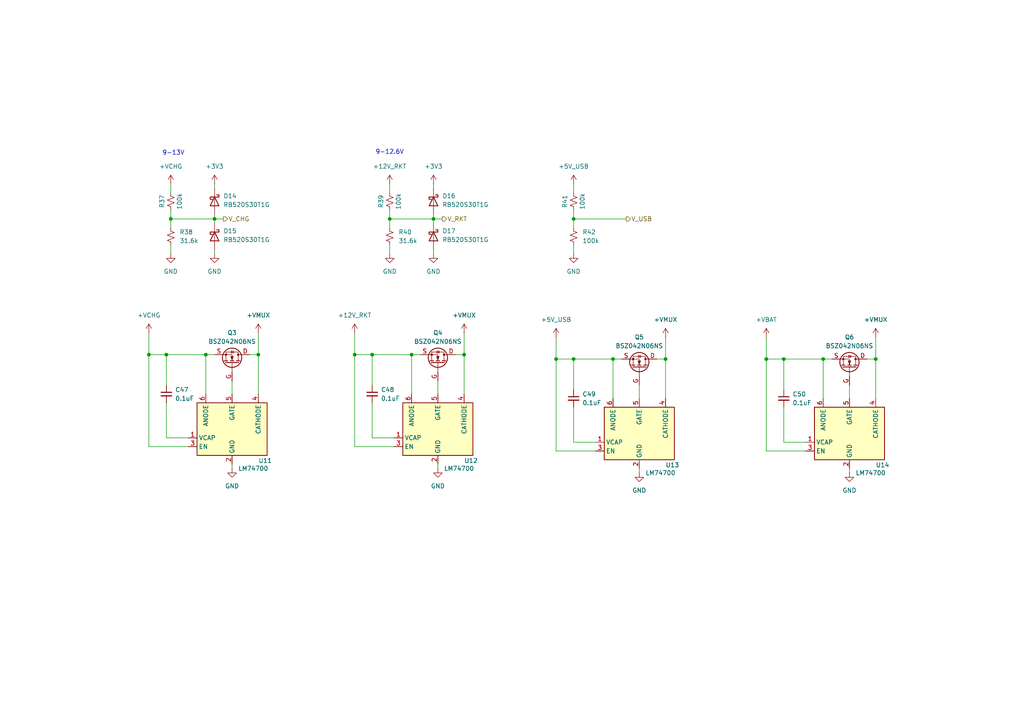
<source format=kicad_sch>
(kicad_sch
	(version 20250114)
	(generator "eeschema")
	(generator_version "9.0")
	(uuid "db13ad23-b6c2-42f9-a32d-b7c158bff20b")
	(paper "A4")
	(lib_symbols
		(symbol "Device:C_Small"
			(pin_numbers
				(hide yes)
			)
			(pin_names
				(offset 0.254)
				(hide yes)
			)
			(exclude_from_sim no)
			(in_bom yes)
			(on_board yes)
			(property "Reference" "C"
				(at 0.254 1.778 0)
				(effects
					(font
						(size 1.27 1.27)
					)
					(justify left)
				)
			)
			(property "Value" "C_Small"
				(at 0.254 -2.032 0)
				(effects
					(font
						(size 1.27 1.27)
					)
					(justify left)
				)
			)
			(property "Footprint" ""
				(at 0 0 0)
				(effects
					(font
						(size 1.27 1.27)
					)
					(hide yes)
				)
			)
			(property "Datasheet" "~"
				(at 0 0 0)
				(effects
					(font
						(size 1.27 1.27)
					)
					(hide yes)
				)
			)
			(property "Description" "Unpolarized capacitor, small symbol"
				(at 0 0 0)
				(effects
					(font
						(size 1.27 1.27)
					)
					(hide yes)
				)
			)
			(property "ki_keywords" "capacitor cap"
				(at 0 0 0)
				(effects
					(font
						(size 1.27 1.27)
					)
					(hide yes)
				)
			)
			(property "ki_fp_filters" "C_*"
				(at 0 0 0)
				(effects
					(font
						(size 1.27 1.27)
					)
					(hide yes)
				)
			)
			(symbol "C_Small_0_1"
				(polyline
					(pts
						(xy -1.524 0.508) (xy 1.524 0.508)
					)
					(stroke
						(width 0.3048)
						(type default)
					)
					(fill
						(type none)
					)
				)
				(polyline
					(pts
						(xy -1.524 -0.508) (xy 1.524 -0.508)
					)
					(stroke
						(width 0.3302)
						(type default)
					)
					(fill
						(type none)
					)
				)
			)
			(symbol "C_Small_1_1"
				(pin passive line
					(at 0 2.54 270)
					(length 2.032)
					(name "~"
						(effects
							(font
								(size 1.27 1.27)
							)
						)
					)
					(number "1"
						(effects
							(font
								(size 1.27 1.27)
							)
						)
					)
				)
				(pin passive line
					(at 0 -2.54 90)
					(length 2.032)
					(name "~"
						(effects
							(font
								(size 1.27 1.27)
							)
						)
					)
					(number "2"
						(effects
							(font
								(size 1.27 1.27)
							)
						)
					)
				)
			)
			(embedded_fonts no)
		)
		(symbol "Device:D_Schottky"
			(pin_numbers
				(hide yes)
			)
			(pin_names
				(offset 1.016)
				(hide yes)
			)
			(exclude_from_sim no)
			(in_bom yes)
			(on_board yes)
			(property "Reference" "D"
				(at 0 2.54 0)
				(effects
					(font
						(size 1.27 1.27)
					)
				)
			)
			(property "Value" "D_Schottky"
				(at 0 -2.54 0)
				(effects
					(font
						(size 1.27 1.27)
					)
				)
			)
			(property "Footprint" ""
				(at 0 0 0)
				(effects
					(font
						(size 1.27 1.27)
					)
					(hide yes)
				)
			)
			(property "Datasheet" "~"
				(at 0 0 0)
				(effects
					(font
						(size 1.27 1.27)
					)
					(hide yes)
				)
			)
			(property "Description" "Schottky diode"
				(at 0 0 0)
				(effects
					(font
						(size 1.27 1.27)
					)
					(hide yes)
				)
			)
			(property "ki_keywords" "diode Schottky"
				(at 0 0 0)
				(effects
					(font
						(size 1.27 1.27)
					)
					(hide yes)
				)
			)
			(property "ki_fp_filters" "TO-???* *_Diode_* *SingleDiode* D_*"
				(at 0 0 0)
				(effects
					(font
						(size 1.27 1.27)
					)
					(hide yes)
				)
			)
			(symbol "D_Schottky_0_1"
				(polyline
					(pts
						(xy -1.905 0.635) (xy -1.905 1.27) (xy -1.27 1.27) (xy -1.27 -1.27) (xy -0.635 -1.27) (xy -0.635 -0.635)
					)
					(stroke
						(width 0.254)
						(type default)
					)
					(fill
						(type none)
					)
				)
				(polyline
					(pts
						(xy 1.27 1.27) (xy 1.27 -1.27) (xy -1.27 0) (xy 1.27 1.27)
					)
					(stroke
						(width 0.254)
						(type default)
					)
					(fill
						(type none)
					)
				)
				(polyline
					(pts
						(xy 1.27 0) (xy -1.27 0)
					)
					(stroke
						(width 0)
						(type default)
					)
					(fill
						(type none)
					)
				)
			)
			(symbol "D_Schottky_1_1"
				(pin passive line
					(at -3.81 0 0)
					(length 2.54)
					(name "K"
						(effects
							(font
								(size 1.27 1.27)
							)
						)
					)
					(number "1"
						(effects
							(font
								(size 1.27 1.27)
							)
						)
					)
				)
				(pin passive line
					(at 3.81 0 180)
					(length 2.54)
					(name "A"
						(effects
							(font
								(size 1.27 1.27)
							)
						)
					)
					(number "2"
						(effects
							(font
								(size 1.27 1.27)
							)
						)
					)
				)
			)
			(embedded_fonts no)
		)
		(symbol "Device:R_Small_US"
			(pin_numbers
				(hide yes)
			)
			(pin_names
				(offset 0.254)
				(hide yes)
			)
			(exclude_from_sim no)
			(in_bom yes)
			(on_board yes)
			(property "Reference" "R"
				(at 0.762 0.508 0)
				(effects
					(font
						(size 1.27 1.27)
					)
					(justify left)
				)
			)
			(property "Value" "R_Small_US"
				(at 0.762 -1.016 0)
				(effects
					(font
						(size 1.27 1.27)
					)
					(justify left)
				)
			)
			(property "Footprint" ""
				(at 0 0 0)
				(effects
					(font
						(size 1.27 1.27)
					)
					(hide yes)
				)
			)
			(property "Datasheet" "~"
				(at 0 0 0)
				(effects
					(font
						(size 1.27 1.27)
					)
					(hide yes)
				)
			)
			(property "Description" "Resistor, small US symbol"
				(at 0 0 0)
				(effects
					(font
						(size 1.27 1.27)
					)
					(hide yes)
				)
			)
			(property "ki_keywords" "r resistor"
				(at 0 0 0)
				(effects
					(font
						(size 1.27 1.27)
					)
					(hide yes)
				)
			)
			(property "ki_fp_filters" "R_*"
				(at 0 0 0)
				(effects
					(font
						(size 1.27 1.27)
					)
					(hide yes)
				)
			)
			(symbol "R_Small_US_1_1"
				(polyline
					(pts
						(xy 0 1.524) (xy 1.016 1.143) (xy 0 0.762) (xy -1.016 0.381) (xy 0 0)
					)
					(stroke
						(width 0)
						(type default)
					)
					(fill
						(type none)
					)
				)
				(polyline
					(pts
						(xy 0 0) (xy 1.016 -0.381) (xy 0 -0.762) (xy -1.016 -1.143) (xy 0 -1.524)
					)
					(stroke
						(width 0)
						(type default)
					)
					(fill
						(type none)
					)
				)
				(pin passive line
					(at 0 2.54 270)
					(length 1.016)
					(name "~"
						(effects
							(font
								(size 1.27 1.27)
							)
						)
					)
					(number "1"
						(effects
							(font
								(size 1.27 1.27)
							)
						)
					)
				)
				(pin passive line
					(at 0 -2.54 90)
					(length 1.016)
					(name "~"
						(effects
							(font
								(size 1.27 1.27)
							)
						)
					)
					(number "2"
						(effects
							(font
								(size 1.27 1.27)
							)
						)
					)
				)
			)
			(embedded_fonts no)
		)
		(symbol "Power_Management:LM74700"
			(exclude_from_sim no)
			(in_bom yes)
			(on_board yes)
			(property "Reference" "U"
				(at -9.525 -8.89 0)
				(effects
					(font
						(size 1.27 1.27)
					)
				)
			)
			(property "Value" "LM74700"
				(at 7.62 -8.89 0)
				(effects
					(font
						(size 1.27 1.27)
					)
				)
			)
			(property "Footprint" "Package_TO_SOT_SMD:SOT-23-6"
				(at -9.525 -8.89 0)
				(effects
					(font
						(size 1.27 1.27)
					)
					(hide yes)
				)
			)
			(property "Datasheet" "http://www.ti.com/lit/gpn/LM74700-Q1"
				(at -9.525 -8.89 0)
				(effects
					(font
						(size 1.27 1.27)
					)
					(hide yes)
				)
			)
			(property "Description" "Low Iq reverse battery protection ideal diode controller, SOT-23-6"
				(at 0 0 0)
				(effects
					(font
						(size 1.27 1.27)
					)
					(hide yes)
				)
			)
			(property "ki_keywords" "ideal-diode or-ing"
				(at 0 0 0)
				(effects
					(font
						(size 1.27 1.27)
					)
					(hide yes)
				)
			)
			(property "ki_fp_filters" "SOT?23*"
				(at 0 0 0)
				(effects
					(font
						(size 1.27 1.27)
					)
					(hide yes)
				)
			)
			(symbol "LM74700_0_1"
				(rectangle
					(start -10.16 7.62)
					(end 10.16 -7.62)
					(stroke
						(width 0.254)
						(type default)
					)
					(fill
						(type background)
					)
				)
			)
			(symbol "LM74700_1_1"
				(pin passive line
					(at -12.7 -2.54 0)
					(length 2.54)
					(name "VCAP"
						(effects
							(font
								(size 1.27 1.27)
							)
						)
					)
					(number "1"
						(effects
							(font
								(size 1.27 1.27)
							)
						)
					)
				)
				(pin input line
					(at -12.7 -5.08 0)
					(length 2.54)
					(name "EN"
						(effects
							(font
								(size 1.27 1.27)
							)
						)
					)
					(number "3"
						(effects
							(font
								(size 1.27 1.27)
							)
						)
					)
				)
				(pin power_in line
					(at -7.62 10.16 270)
					(length 2.54)
					(name "ANODE"
						(effects
							(font
								(size 1.27 1.27)
							)
						)
					)
					(number "6"
						(effects
							(font
								(size 1.27 1.27)
							)
						)
					)
				)
				(pin output line
					(at 0 10.16 270)
					(length 2.54)
					(name "GATE"
						(effects
							(font
								(size 1.27 1.27)
							)
						)
					)
					(number "5"
						(effects
							(font
								(size 1.27 1.27)
							)
						)
					)
				)
				(pin power_in line
					(at 0 -10.16 90)
					(length 2.54)
					(name "GND"
						(effects
							(font
								(size 1.27 1.27)
							)
						)
					)
					(number "2"
						(effects
							(font
								(size 1.27 1.27)
							)
						)
					)
				)
				(pin input line
					(at 7.62 10.16 270)
					(length 2.54)
					(name "CATHODE"
						(effects
							(font
								(size 1.27 1.27)
							)
						)
					)
					(number "4"
						(effects
							(font
								(size 1.27 1.27)
							)
						)
					)
				)
			)
			(embedded_fonts no)
		)
		(symbol "canardboard:BSZ042N06NS"
			(exclude_from_sim no)
			(in_bom yes)
			(on_board yes)
			(property "Reference" "Q"
				(at 5.588 4.826 0)
				(effects
					(font
						(size 1.27 1.27)
					)
				)
			)
			(property "Value" "BSZ042N06NS"
				(at 0 0 0)
				(effects
					(font
						(size 1.27 1.27)
					)
				)
			)
			(property "Footprint" "canardboard:Infineon-PG-TSDSON-8"
				(at -5.334 15.494 0)
				(effects
					(font
						(size 1.27 1.27)
					)
					(hide yes)
				)
			)
			(property "Datasheet" "https://www.infineon.com/part/BSZ042N06NS"
				(at -0.254 13.208 0)
				(effects
					(font
						(size 1.27 1.27)
					)
					(hide yes)
				)
			)
			(property "Description" ""
				(at 0 0 0)
				(effects
					(font
						(size 1.27 1.27)
					)
					(hide yes)
				)
			)
			(symbol "BSZ042N06NS_0_1"
				(polyline
					(pts
						(xy -1.016 1.905) (xy -1.016 -1.905)
					)
					(stroke
						(width 0.254)
						(type default)
					)
					(fill
						(type none)
					)
				)
				(polyline
					(pts
						(xy -1.016 0) (xy -3.81 0)
					)
					(stroke
						(width 0)
						(type default)
					)
					(fill
						(type none)
					)
				)
				(polyline
					(pts
						(xy -0.508 2.286) (xy -0.508 1.27)
					)
					(stroke
						(width 0.254)
						(type default)
					)
					(fill
						(type none)
					)
				)
				(polyline
					(pts
						(xy -0.508 0.508) (xy -0.508 -0.508)
					)
					(stroke
						(width 0.254)
						(type default)
					)
					(fill
						(type none)
					)
				)
				(polyline
					(pts
						(xy -0.508 -1.27) (xy -0.508 -2.286)
					)
					(stroke
						(width 0.254)
						(type default)
					)
					(fill
						(type none)
					)
				)
				(polyline
					(pts
						(xy -0.508 -1.778) (xy 2.032 -1.778) (xy 2.032 1.778) (xy -0.508 1.778)
					)
					(stroke
						(width 0)
						(type default)
					)
					(fill
						(type none)
					)
				)
				(polyline
					(pts
						(xy -0.254 0) (xy 0.762 0.381) (xy 0.762 -0.381) (xy -0.254 0)
					)
					(stroke
						(width 0)
						(type default)
					)
					(fill
						(type outline)
					)
				)
				(circle
					(center 0.381 0)
					(radius 2.794)
					(stroke
						(width 0.254)
						(type default)
					)
					(fill
						(type none)
					)
				)
				(polyline
					(pts
						(xy 1.27 2.54) (xy 1.27 1.778)
					)
					(stroke
						(width 0)
						(type default)
					)
					(fill
						(type none)
					)
				)
				(circle
					(center 1.27 1.778)
					(radius 0.254)
					(stroke
						(width 0)
						(type default)
					)
					(fill
						(type outline)
					)
				)
				(circle
					(center 1.27 -1.778)
					(radius 0.254)
					(stroke
						(width 0)
						(type default)
					)
					(fill
						(type outline)
					)
				)
				(polyline
					(pts
						(xy 1.27 -2.54) (xy 1.27 0) (xy -0.508 0)
					)
					(stroke
						(width 0)
						(type default)
					)
					(fill
						(type none)
					)
				)
				(polyline
					(pts
						(xy 1.651 0.381) (xy 2.413 0.381)
					)
					(stroke
						(width 0)
						(type default)
					)
					(fill
						(type none)
					)
				)
				(polyline
					(pts
						(xy 2.032 0.381) (xy 1.651 -0.254) (xy 2.413 -0.254) (xy 2.032 0.381)
					)
					(stroke
						(width 0)
						(type default)
					)
					(fill
						(type none)
					)
				)
			)
			(symbol "BSZ042N06NS_1_1"
				(pin input line
					(at -6.35 0 0)
					(length 2.54)
					(name ""
						(effects
							(font
								(size 1.27 1.27)
							)
						)
					)
					(number "G"
						(effects
							(font
								(size 1.27 1.27)
							)
						)
					)
				)
				(pin passive line
					(at 1.27 5.08 270)
					(length 2.54)
					(name ""
						(effects
							(font
								(size 1.27 1.27)
							)
						)
					)
					(number "D"
						(effects
							(font
								(size 1.27 1.27)
							)
						)
					)
				)
				(pin passive line
					(at 1.27 -5.08 90)
					(length 2.54)
					(name ""
						(effects
							(font
								(size 1.27 1.27)
							)
						)
					)
					(number "S"
						(effects
							(font
								(size 1.27 1.27)
							)
						)
					)
				)
			)
			(embedded_fonts no)
		)
		(symbol "power:+5V"
			(power)
			(pin_numbers
				(hide yes)
			)
			(pin_names
				(offset 0)
				(hide yes)
			)
			(exclude_from_sim no)
			(in_bom yes)
			(on_board yes)
			(property "Reference" "#PWR"
				(at 0 -3.81 0)
				(effects
					(font
						(size 1.27 1.27)
					)
					(hide yes)
				)
			)
			(property "Value" "+5V"
				(at 0 3.556 0)
				(effects
					(font
						(size 1.27 1.27)
					)
				)
			)
			(property "Footprint" ""
				(at 0 0 0)
				(effects
					(font
						(size 1.27 1.27)
					)
					(hide yes)
				)
			)
			(property "Datasheet" ""
				(at 0 0 0)
				(effects
					(font
						(size 1.27 1.27)
					)
					(hide yes)
				)
			)
			(property "Description" "Power symbol creates a global label with name \"+5V\""
				(at 0 0 0)
				(effects
					(font
						(size 1.27 1.27)
					)
					(hide yes)
				)
			)
			(property "ki_keywords" "global power"
				(at 0 0 0)
				(effects
					(font
						(size 1.27 1.27)
					)
					(hide yes)
				)
			)
			(symbol "+5V_0_1"
				(polyline
					(pts
						(xy -0.762 1.27) (xy 0 2.54)
					)
					(stroke
						(width 0)
						(type default)
					)
					(fill
						(type none)
					)
				)
				(polyline
					(pts
						(xy 0 2.54) (xy 0.762 1.27)
					)
					(stroke
						(width 0)
						(type default)
					)
					(fill
						(type none)
					)
				)
				(polyline
					(pts
						(xy 0 0) (xy 0 2.54)
					)
					(stroke
						(width 0)
						(type default)
					)
					(fill
						(type none)
					)
				)
			)
			(symbol "+5V_1_1"
				(pin power_in line
					(at 0 0 90)
					(length 0)
					(name "~"
						(effects
							(font
								(size 1.27 1.27)
							)
						)
					)
					(number "1"
						(effects
							(font
								(size 1.27 1.27)
							)
						)
					)
				)
			)
			(embedded_fonts no)
		)
		(symbol "power:GND"
			(power)
			(pin_numbers
				(hide yes)
			)
			(pin_names
				(offset 0)
				(hide yes)
			)
			(exclude_from_sim no)
			(in_bom yes)
			(on_board yes)
			(property "Reference" "#PWR"
				(at 0 -6.35 0)
				(effects
					(font
						(size 1.27 1.27)
					)
					(hide yes)
				)
			)
			(property "Value" "GND"
				(at 0 -3.81 0)
				(effects
					(font
						(size 1.27 1.27)
					)
				)
			)
			(property "Footprint" ""
				(at 0 0 0)
				(effects
					(font
						(size 1.27 1.27)
					)
					(hide yes)
				)
			)
			(property "Datasheet" ""
				(at 0 0 0)
				(effects
					(font
						(size 1.27 1.27)
					)
					(hide yes)
				)
			)
			(property "Description" "Power symbol creates a global label with name \"GND\" , ground"
				(at 0 0 0)
				(effects
					(font
						(size 1.27 1.27)
					)
					(hide yes)
				)
			)
			(property "ki_keywords" "global power"
				(at 0 0 0)
				(effects
					(font
						(size 1.27 1.27)
					)
					(hide yes)
				)
			)
			(symbol "GND_0_1"
				(polyline
					(pts
						(xy 0 0) (xy 0 -1.27) (xy 1.27 -1.27) (xy 0 -2.54) (xy -1.27 -1.27) (xy 0 -1.27)
					)
					(stroke
						(width 0)
						(type default)
					)
					(fill
						(type none)
					)
				)
			)
			(symbol "GND_1_1"
				(pin power_in line
					(at 0 0 270)
					(length 0)
					(name "~"
						(effects
							(font
								(size 1.27 1.27)
							)
						)
					)
					(number "1"
						(effects
							(font
								(size 1.27 1.27)
							)
						)
					)
				)
			)
			(embedded_fonts no)
		)
	)
	(text "9-13V"
		(exclude_from_sim no)
		(at 50.292 44.45 0)
		(effects
			(font
				(size 1.27 1.27)
			)
		)
		(uuid "1aa9d593-9878-4a18-ab8f-6553102dc28e")
	)
	(text "9-12.6V"
		(exclude_from_sim no)
		(at 113.03 44.196 0)
		(effects
			(font
				(size 1.27 1.27)
			)
		)
		(uuid "42f02840-f6a2-46dd-a81b-3f0457922b1c")
	)
	(junction
		(at 134.62 102.87)
		(diameter 0)
		(color 0 0 0 0)
		(uuid "1156e0b2-0e72-433a-b189-bae56244b2aa")
	)
	(junction
		(at 48.26 102.87)
		(diameter 0)
		(color 0 0 0 0)
		(uuid "15ec7876-095d-40c2-a7ca-b38322e2735c")
	)
	(junction
		(at 49.53 63.5)
		(diameter 0)
		(color 0 0 0 0)
		(uuid "1dd73283-750b-42d9-8347-bc2a577548eb")
	)
	(junction
		(at 166.37 63.5)
		(diameter 0)
		(color 0 0 0 0)
		(uuid "2fa95c49-3d76-47b1-a7a2-067f75722865")
	)
	(junction
		(at 227.33 104.14)
		(diameter 0)
		(color 0 0 0 0)
		(uuid "443f8598-671c-4211-a640-194cf9c95369")
	)
	(junction
		(at 107.95 102.87)
		(diameter 0)
		(color 0 0 0 0)
		(uuid "47e5b4a9-6269-4edc-a26c-c2bed268e1e2")
	)
	(junction
		(at 254 104.14)
		(diameter 0)
		(color 0 0 0 0)
		(uuid "5414be03-e3a3-4eed-90ed-fc958a966dc2")
	)
	(junction
		(at 166.37 104.14)
		(diameter 0)
		(color 0 0 0 0)
		(uuid "5ef072c0-f6e0-4fea-b383-cd2fd5413d2b")
	)
	(junction
		(at 62.23 63.5)
		(diameter 0)
		(color 0 0 0 0)
		(uuid "6449ae31-5186-46d8-adba-245ed3343aa7")
	)
	(junction
		(at 177.8 104.14)
		(diameter 0)
		(color 0 0 0 0)
		(uuid "66ad3a60-cc33-49ee-b241-59a871cae551")
	)
	(junction
		(at 102.87 102.87)
		(diameter 0)
		(color 0 0 0 0)
		(uuid "6ebac515-0d82-46ea-b99b-1085cfb2e733")
	)
	(junction
		(at 125.73 63.5)
		(diameter 0)
		(color 0 0 0 0)
		(uuid "7dba53e0-e6cc-4278-b85a-12e72ed3552d")
	)
	(junction
		(at 59.69 102.87)
		(diameter 0)
		(color 0 0 0 0)
		(uuid "860c1f6a-4f1e-4574-ae03-7317c678175b")
	)
	(junction
		(at 193.04 104.14)
		(diameter 0)
		(color 0 0 0 0)
		(uuid "a813c0b6-8412-4e82-a696-2734df815c02")
	)
	(junction
		(at 119.38 102.87)
		(diameter 0)
		(color 0 0 0 0)
		(uuid "b9969196-a8af-4b9c-9e1c-6cf0ccf5a6ab")
	)
	(junction
		(at 238.76 104.14)
		(diameter 0)
		(color 0 0 0 0)
		(uuid "bc7dc710-588d-47d7-b068-315139e4df8e")
	)
	(junction
		(at 113.03 63.5)
		(diameter 0)
		(color 0 0 0 0)
		(uuid "c84cc0f2-91a3-4235-b7e9-f3eba2b847c0")
	)
	(junction
		(at 161.29 104.14)
		(diameter 0)
		(color 0 0 0 0)
		(uuid "d3eb35ce-7b61-4562-bbe8-028fad22495c")
	)
	(junction
		(at 74.93 102.87)
		(diameter 0)
		(color 0 0 0 0)
		(uuid "d55c7279-71fb-4806-a9a1-096452ad2e4d")
	)
	(junction
		(at 222.25 104.14)
		(diameter 0)
		(color 0 0 0 0)
		(uuid "dccc4aaf-e3e4-4c9d-830c-e70178ac6656")
	)
	(junction
		(at 43.18 102.87)
		(diameter 0)
		(color 0 0 0 0)
		(uuid "dd86872e-8c98-4e72-89b5-e7322a709932")
	)
	(wire
		(pts
			(xy 161.29 104.14) (xy 166.37 104.14)
		)
		(stroke
			(width 0)
			(type default)
		)
		(uuid "01bf0c5d-2fd2-41bb-b064-84c489a580f8")
	)
	(wire
		(pts
			(xy 238.76 104.14) (xy 238.76 115.57)
		)
		(stroke
			(width 0)
			(type default)
		)
		(uuid "03c05143-2760-451c-84a6-7951668c1db5")
	)
	(wire
		(pts
			(xy 246.38 135.89) (xy 246.38 137.16)
		)
		(stroke
			(width 0)
			(type default)
		)
		(uuid "05b09ede-aa21-49cf-8754-02bbcc3b569e")
	)
	(wire
		(pts
			(xy 49.53 53.34) (xy 49.53 55.88)
		)
		(stroke
			(width 0)
			(type default)
		)
		(uuid "080bf06e-c995-4234-8183-2b75d1f11907")
	)
	(wire
		(pts
			(xy 49.53 63.5) (xy 49.53 66.04)
		)
		(stroke
			(width 0)
			(type default)
		)
		(uuid "092409ea-11ae-4004-865f-654e43739c46")
	)
	(wire
		(pts
			(xy 72.39 102.87) (xy 74.93 102.87)
		)
		(stroke
			(width 0)
			(type default)
		)
		(uuid "0ec4d539-5a45-4bd4-a51a-8cbb1c6083e0")
	)
	(wire
		(pts
			(xy 132.08 102.87) (xy 134.62 102.87)
		)
		(stroke
			(width 0)
			(type default)
		)
		(uuid "11dd3ae1-6202-471b-b395-53a82913e746")
	)
	(wire
		(pts
			(xy 49.53 63.5) (xy 62.23 63.5)
		)
		(stroke
			(width 0)
			(type default)
		)
		(uuid "1747d642-2a40-4fea-8ba9-8fa9e78b21dc")
	)
	(wire
		(pts
			(xy 127 110.49) (xy 127 114.3)
		)
		(stroke
			(width 0)
			(type default)
		)
		(uuid "1ac8dbec-8db2-4397-a3df-bd6cf22be090")
	)
	(wire
		(pts
			(xy 227.33 104.14) (xy 238.76 104.14)
		)
		(stroke
			(width 0)
			(type default)
		)
		(uuid "1ae29c05-7f8b-4e09-87be-4f45262afbae")
	)
	(wire
		(pts
			(xy 161.29 130.81) (xy 161.29 104.14)
		)
		(stroke
			(width 0)
			(type default)
		)
		(uuid "1b49b53d-4f1d-4879-9340-37289ec147a1")
	)
	(wire
		(pts
			(xy 59.69 102.87) (xy 59.69 114.3)
		)
		(stroke
			(width 0)
			(type default)
		)
		(uuid "1bb3dfab-6312-458f-8837-e32ec131f293")
	)
	(wire
		(pts
			(xy 121.92 102.87) (xy 119.38 102.87)
		)
		(stroke
			(width 0)
			(type default)
		)
		(uuid "1bf4abaa-194c-4715-b5e9-7a7e48712d03")
	)
	(wire
		(pts
			(xy 251.46 104.14) (xy 254 104.14)
		)
		(stroke
			(width 0)
			(type default)
		)
		(uuid "1e57dd49-732c-4b0e-a210-cb237f0331a1")
	)
	(wire
		(pts
			(xy 227.33 104.14) (xy 227.33 113.03)
		)
		(stroke
			(width 0)
			(type default)
		)
		(uuid "1f2df4ee-a08b-4166-bab8-17f291d1c73f")
	)
	(wire
		(pts
			(xy 49.53 71.12) (xy 49.53 73.66)
		)
		(stroke
			(width 0)
			(type default)
		)
		(uuid "229fde21-5143-4f8d-b56f-0010212926b1")
	)
	(wire
		(pts
			(xy 113.03 63.5) (xy 113.03 66.04)
		)
		(stroke
			(width 0)
			(type default)
		)
		(uuid "2405f1a9-673b-4335-af2f-33c08fb6aae6")
	)
	(wire
		(pts
			(xy 43.18 96.52) (xy 43.18 102.87)
		)
		(stroke
			(width 0)
			(type default)
		)
		(uuid "251e344d-503b-4245-ab5a-b4f1cf0d07d9")
	)
	(wire
		(pts
			(xy 48.26 102.87) (xy 48.26 111.76)
		)
		(stroke
			(width 0)
			(type default)
		)
		(uuid "2a23867e-209a-4e1d-9378-13a49d8785ce")
	)
	(wire
		(pts
			(xy 54.61 129.54) (xy 43.18 129.54)
		)
		(stroke
			(width 0)
			(type default)
		)
		(uuid "2de056e7-8ce0-445f-bd8e-c53459d687d1")
	)
	(wire
		(pts
			(xy 161.29 97.79) (xy 161.29 104.14)
		)
		(stroke
			(width 0)
			(type default)
		)
		(uuid "2fc439d3-b52c-4f42-9ecd-d5df6060e1b3")
	)
	(wire
		(pts
			(xy 166.37 118.11) (xy 166.37 128.27)
		)
		(stroke
			(width 0)
			(type default)
		)
		(uuid "30bc0f88-b29b-47f4-833a-124d2002e11e")
	)
	(wire
		(pts
			(xy 114.3 129.54) (xy 102.87 129.54)
		)
		(stroke
			(width 0)
			(type default)
		)
		(uuid "34655bbd-2395-4a82-ae31-a05ce193a423")
	)
	(wire
		(pts
			(xy 222.25 104.14) (xy 227.33 104.14)
		)
		(stroke
			(width 0)
			(type default)
		)
		(uuid "34f0789c-61e4-428a-b747-76b60a7cc19b")
	)
	(wire
		(pts
			(xy 166.37 71.12) (xy 166.37 73.66)
		)
		(stroke
			(width 0)
			(type default)
		)
		(uuid "384e6990-be93-4cf0-827b-d46da61f5a5b")
	)
	(wire
		(pts
			(xy 102.87 129.54) (xy 102.87 102.87)
		)
		(stroke
			(width 0)
			(type default)
		)
		(uuid "395a43df-b9b6-40ea-bfe1-6e2215c70250")
	)
	(wire
		(pts
			(xy 62.23 63.5) (xy 62.23 62.23)
		)
		(stroke
			(width 0)
			(type default)
		)
		(uuid "397da368-33a6-4961-bf02-ec9058674d1f")
	)
	(wire
		(pts
			(xy 62.23 72.39) (xy 62.23 73.66)
		)
		(stroke
			(width 0)
			(type default)
		)
		(uuid "3a78347f-1157-4e0f-bd31-337a8f39efe5")
	)
	(wire
		(pts
			(xy 233.68 130.81) (xy 222.25 130.81)
		)
		(stroke
			(width 0)
			(type default)
		)
		(uuid "40f4a754-5f9b-4eac-9f50-4f748fd765a1")
	)
	(wire
		(pts
			(xy 127 134.62) (xy 127 135.89)
		)
		(stroke
			(width 0)
			(type default)
		)
		(uuid "44ec2300-961f-41bc-86bc-399bcee2db77")
	)
	(wire
		(pts
			(xy 125.73 63.5) (xy 128.27 63.5)
		)
		(stroke
			(width 0)
			(type default)
		)
		(uuid "466f8cd7-05f7-4fe5-bc77-0884a15676ec")
	)
	(wire
		(pts
			(xy 193.04 104.14) (xy 193.04 115.57)
		)
		(stroke
			(width 0)
			(type default)
		)
		(uuid "50d5b6bd-97d7-4466-9cf8-b7a13d9b694b")
	)
	(wire
		(pts
			(xy 166.37 63.5) (xy 166.37 66.04)
		)
		(stroke
			(width 0)
			(type default)
		)
		(uuid "533a8b69-fa27-43a8-93c0-5bf13824f01e")
	)
	(wire
		(pts
			(xy 166.37 128.27) (xy 172.72 128.27)
		)
		(stroke
			(width 0)
			(type default)
		)
		(uuid "566e7251-4d39-4235-9402-4f77f4e437cd")
	)
	(wire
		(pts
			(xy 222.25 97.79) (xy 222.25 104.14)
		)
		(stroke
			(width 0)
			(type default)
		)
		(uuid "575a29ba-78f2-4186-8946-8031592ccda0")
	)
	(wire
		(pts
			(xy 102.87 96.52) (xy 102.87 102.87)
		)
		(stroke
			(width 0)
			(type default)
		)
		(uuid "57d8b340-bdb4-4e34-a2d7-acfb6927c9fc")
	)
	(wire
		(pts
			(xy 241.3 104.14) (xy 238.76 104.14)
		)
		(stroke
			(width 0)
			(type default)
		)
		(uuid "5d2c43fd-c350-4d7d-9da2-2ae5f74d07d4")
	)
	(wire
		(pts
			(xy 185.42 135.89) (xy 185.42 137.16)
		)
		(stroke
			(width 0)
			(type default)
		)
		(uuid "5f9fecc6-49de-4c15-94a0-14c40fa5883e")
	)
	(wire
		(pts
			(xy 254 104.14) (xy 254 115.57)
		)
		(stroke
			(width 0)
			(type default)
		)
		(uuid "6cdfdcad-f0a5-4ba4-a97d-6a16a9b47b6d")
	)
	(wire
		(pts
			(xy 166.37 104.14) (xy 177.8 104.14)
		)
		(stroke
			(width 0)
			(type default)
		)
		(uuid "72bff7f5-5caa-434a-a102-2097a916b197")
	)
	(wire
		(pts
			(xy 62.23 63.5) (xy 64.77 63.5)
		)
		(stroke
			(width 0)
			(type default)
		)
		(uuid "7e82c1a8-99f5-4cb7-87d1-dc7ba157962a")
	)
	(wire
		(pts
			(xy 48.26 127) (xy 54.61 127)
		)
		(stroke
			(width 0)
			(type default)
		)
		(uuid "88ca75bc-3450-4037-afec-78cac10f4fa6")
	)
	(wire
		(pts
			(xy 166.37 53.34) (xy 166.37 55.88)
		)
		(stroke
			(width 0)
			(type default)
		)
		(uuid "8d677274-b2c8-4a99-8d44-9ff45d98dc83")
	)
	(wire
		(pts
			(xy 49.53 60.96) (xy 49.53 63.5)
		)
		(stroke
			(width 0)
			(type default)
		)
		(uuid "9049fa07-833f-4723-a7d6-3d3283544d6a")
	)
	(wire
		(pts
			(xy 62.23 102.87) (xy 59.69 102.87)
		)
		(stroke
			(width 0)
			(type default)
		)
		(uuid "92b78da4-ddef-4e56-b14f-35266b0220e5")
	)
	(wire
		(pts
			(xy 62.23 53.34) (xy 62.23 54.61)
		)
		(stroke
			(width 0)
			(type default)
		)
		(uuid "938818e5-02a4-40c3-aa34-a0ec4685b375")
	)
	(wire
		(pts
			(xy 107.95 116.84) (xy 107.95 127)
		)
		(stroke
			(width 0)
			(type default)
		)
		(uuid "980c0757-b5b0-4296-9d46-4460e5e8e4a4")
	)
	(wire
		(pts
			(xy 185.42 111.76) (xy 185.42 115.57)
		)
		(stroke
			(width 0)
			(type default)
		)
		(uuid "a45f4817-c026-46b1-91db-ce8c4bef2e44")
	)
	(wire
		(pts
			(xy 107.95 127) (xy 114.3 127)
		)
		(stroke
			(width 0)
			(type default)
		)
		(uuid "a5d39d7d-d521-4536-87d4-4a2cc29a8ecb")
	)
	(wire
		(pts
			(xy 113.03 63.5) (xy 125.73 63.5)
		)
		(stroke
			(width 0)
			(type default)
		)
		(uuid "a6208d2f-9fca-49ad-bb4d-3181c0c661a6")
	)
	(wire
		(pts
			(xy 107.95 102.87) (xy 107.95 111.76)
		)
		(stroke
			(width 0)
			(type default)
		)
		(uuid "a9bf4681-317c-4ce5-a31a-5b4b90a841d9")
	)
	(wire
		(pts
			(xy 67.31 110.49) (xy 67.31 114.3)
		)
		(stroke
			(width 0)
			(type default)
		)
		(uuid "abbec641-33f3-4e77-acff-d87c22986957")
	)
	(wire
		(pts
			(xy 74.93 102.87) (xy 74.93 114.3)
		)
		(stroke
			(width 0)
			(type default)
		)
		(uuid "ae656ede-960f-4998-9a83-5203d0d4c4e8")
	)
	(wire
		(pts
			(xy 43.18 102.87) (xy 48.26 102.87)
		)
		(stroke
			(width 0)
			(type default)
		)
		(uuid "b1553bdf-4716-45e7-8559-dac6886edcf7")
	)
	(wire
		(pts
			(xy 113.03 71.12) (xy 113.03 73.66)
		)
		(stroke
			(width 0)
			(type default)
		)
		(uuid "b296a4af-1c47-4cac-97ee-1645d6613927")
	)
	(wire
		(pts
			(xy 172.72 130.81) (xy 161.29 130.81)
		)
		(stroke
			(width 0)
			(type default)
		)
		(uuid "b2d79dfa-f4dc-4b11-b89b-fb091a1f40fc")
	)
	(wire
		(pts
			(xy 177.8 104.14) (xy 177.8 115.57)
		)
		(stroke
			(width 0)
			(type default)
		)
		(uuid "b4a30696-1d17-4efd-b525-e91057916ee4")
	)
	(wire
		(pts
			(xy 62.23 63.5) (xy 62.23 64.77)
		)
		(stroke
			(width 0)
			(type default)
		)
		(uuid "b7507719-3772-4ccd-b414-0eca9f5a5c9d")
	)
	(wire
		(pts
			(xy 166.37 104.14) (xy 166.37 113.03)
		)
		(stroke
			(width 0)
			(type default)
		)
		(uuid "b7be9ebc-c479-4662-a5b7-39dc801c66d6")
	)
	(wire
		(pts
			(xy 246.38 111.76) (xy 246.38 115.57)
		)
		(stroke
			(width 0)
			(type default)
		)
		(uuid "b97a3244-3a58-42e9-ade7-eea5d1c26daf")
	)
	(wire
		(pts
			(xy 125.73 63.5) (xy 125.73 64.77)
		)
		(stroke
			(width 0)
			(type default)
		)
		(uuid "bae91e87-ca61-46d2-b9ad-25185120e674")
	)
	(wire
		(pts
			(xy 113.03 60.96) (xy 113.03 63.5)
		)
		(stroke
			(width 0)
			(type default)
		)
		(uuid "bc647a75-3ae5-4978-be74-5392c3b953ef")
	)
	(wire
		(pts
			(xy 125.73 72.39) (xy 125.73 73.66)
		)
		(stroke
			(width 0)
			(type default)
		)
		(uuid "cb9e33c9-c08c-4f0e-b755-98c6c6457ccb")
	)
	(wire
		(pts
			(xy 43.18 129.54) (xy 43.18 102.87)
		)
		(stroke
			(width 0)
			(type default)
		)
		(uuid "cba754ab-9df6-4ab7-ac67-ba7ddfc6762c")
	)
	(wire
		(pts
			(xy 67.31 134.62) (xy 67.31 135.89)
		)
		(stroke
			(width 0)
			(type default)
		)
		(uuid "d5e28d93-5006-44ba-9971-fe706764d4e8")
	)
	(wire
		(pts
			(xy 74.93 96.52) (xy 74.93 102.87)
		)
		(stroke
			(width 0)
			(type default)
		)
		(uuid "d6e63ed0-5082-44f4-869f-11268a0e5566")
	)
	(wire
		(pts
			(xy 48.26 116.84) (xy 48.26 127)
		)
		(stroke
			(width 0)
			(type default)
		)
		(uuid "d719bda0-37dc-4601-bde1-f9e5d69ee873")
	)
	(wire
		(pts
			(xy 48.26 102.87) (xy 59.69 102.87)
		)
		(stroke
			(width 0)
			(type default)
		)
		(uuid "d7d2236a-4984-4ae3-9b61-7ede535c7a15")
	)
	(wire
		(pts
			(xy 134.62 102.87) (xy 134.62 114.3)
		)
		(stroke
			(width 0)
			(type default)
		)
		(uuid "daf0d553-04ab-40b2-9c35-820befbd41dc")
	)
	(wire
		(pts
			(xy 180.34 104.14) (xy 177.8 104.14)
		)
		(stroke
			(width 0)
			(type default)
		)
		(uuid "dd6124d9-9efa-4cd0-9193-0bbd5fa00263")
	)
	(wire
		(pts
			(xy 190.5 104.14) (xy 193.04 104.14)
		)
		(stroke
			(width 0)
			(type default)
		)
		(uuid "e2dab025-a760-447e-81c1-3594dcddc39a")
	)
	(wire
		(pts
			(xy 119.38 102.87) (xy 119.38 114.3)
		)
		(stroke
			(width 0)
			(type default)
		)
		(uuid "e4f779bf-5ff0-4a57-99bf-5dadb6c6c785")
	)
	(wire
		(pts
			(xy 227.33 128.27) (xy 233.68 128.27)
		)
		(stroke
			(width 0)
			(type default)
		)
		(uuid "e50df73d-48ee-48d3-a8bf-0ca0c333ef89")
	)
	(wire
		(pts
			(xy 102.87 102.87) (xy 107.95 102.87)
		)
		(stroke
			(width 0)
			(type default)
		)
		(uuid "e5d8f734-35cc-4afc-83fd-50cf2327399f")
	)
	(wire
		(pts
			(xy 107.95 102.87) (xy 119.38 102.87)
		)
		(stroke
			(width 0)
			(type default)
		)
		(uuid "e89d87f4-4338-4c61-b2ef-b439f2106231")
	)
	(wire
		(pts
			(xy 222.25 130.81) (xy 222.25 104.14)
		)
		(stroke
			(width 0)
			(type default)
		)
		(uuid "e9052a76-e755-4ac2-863c-8622828b74cd")
	)
	(wire
		(pts
			(xy 193.04 97.79) (xy 193.04 104.14)
		)
		(stroke
			(width 0)
			(type default)
		)
		(uuid "ebb87589-e813-4b11-9b0b-a7c3b7ee8d35")
	)
	(wire
		(pts
			(xy 125.73 63.5) (xy 125.73 62.23)
		)
		(stroke
			(width 0)
			(type default)
		)
		(uuid "eec58f07-f502-449f-affe-eb47973a01fb")
	)
	(wire
		(pts
			(xy 125.73 53.34) (xy 125.73 54.61)
		)
		(stroke
			(width 0)
			(type default)
		)
		(uuid "efb89346-693b-456c-907f-8e0bdf4b1780")
	)
	(wire
		(pts
			(xy 113.03 53.34) (xy 113.03 55.88)
		)
		(stroke
			(width 0)
			(type default)
		)
		(uuid "f284dc62-d4cf-411f-892e-9a889c5d34e1")
	)
	(wire
		(pts
			(xy 166.37 63.5) (xy 181.61 63.5)
		)
		(stroke
			(width 0)
			(type default)
		)
		(uuid "f520946a-c4a6-47f4-b7fb-770d16143fd5")
	)
	(wire
		(pts
			(xy 227.33 118.11) (xy 227.33 128.27)
		)
		(stroke
			(width 0)
			(type default)
		)
		(uuid "f8f402ac-ec9d-4c6b-8001-0d3f703e4a43")
	)
	(wire
		(pts
			(xy 254 97.79) (xy 254 104.14)
		)
		(stroke
			(width 0)
			(type default)
		)
		(uuid "f9fd4545-3b28-455f-b008-ef358443c887")
	)
	(wire
		(pts
			(xy 166.37 60.96) (xy 166.37 63.5)
		)
		(stroke
			(width 0)
			(type default)
		)
		(uuid "fcdafb43-ce83-48b8-85cb-419497a246d6")
	)
	(wire
		(pts
			(xy 134.62 96.52) (xy 134.62 102.87)
		)
		(stroke
			(width 0)
			(type default)
		)
		(uuid "ff697d7a-28a1-4213-aac1-0b7b70e9ad59")
	)
	(hierarchical_label "V_RKT"
		(shape output)
		(at 128.27 63.5 0)
		(effects
			(font
				(size 1.27 1.27)
			)
			(justify left)
		)
		(uuid "09078766-b977-4dde-bcea-87bc46f81351")
	)
	(hierarchical_label "V_USB"
		(shape output)
		(at 181.61 63.5 0)
		(effects
			(font
				(size 1.27 1.27)
			)
			(justify left)
		)
		(uuid "44678041-05a0-49e3-b862-ef8c00864f7b")
	)
	(hierarchical_label "V_CHG"
		(shape output)
		(at 64.77 63.5 0)
		(effects
			(font
				(size 1.27 1.27)
			)
			(justify left)
		)
		(uuid "a6cc48ff-85fd-4615-8a70-f7006e4821db")
	)
	(symbol
		(lib_id "power:+5V")
		(at 193.04 97.79 0)
		(unit 1)
		(exclude_from_sim no)
		(in_bom yes)
		(on_board yes)
		(dnp no)
		(fields_autoplaced yes)
		(uuid "02802764-d37b-435a-a69a-881b193a7149")
		(property "Reference" "#PWR0121"
			(at 193.04 101.6 0)
			(effects
				(font
					(size 1.27 1.27)
				)
				(hide yes)
			)
		)
		(property "Value" "+VMUX"
			(at 193.04 92.71 0)
			(effects
				(font
					(size 1.27 1.27)
				)
			)
		)
		(property "Footprint" ""
			(at 193.04 97.79 0)
			(effects
				(font
					(size 1.27 1.27)
				)
				(hide yes)
			)
		)
		(property "Datasheet" ""
			(at 193.04 97.79 0)
			(effects
				(font
					(size 1.27 1.27)
				)
				(hide yes)
			)
		)
		(property "Description" "Power symbol creates a global label with name \"+5V\""
			(at 193.04 97.79 0)
			(effects
				(font
					(size 1.27 1.27)
				)
				(hide yes)
			)
		)
		(pin "1"
			(uuid "31eb490e-060c-41ce-9b78-6fa60928a635")
		)
		(instances
			(project "CanardBoard"
				(path "/605ab838-6b02-4cf5-a6b5-94a0cdb1b998/0c7f3b60-6d7c-49e1-9aca-866371c834cd"
					(reference "#PWR0121")
					(unit 1)
				)
			)
		)
	)
	(symbol
		(lib_id "power:+5V")
		(at 134.62 96.52 0)
		(unit 1)
		(exclude_from_sim no)
		(in_bom yes)
		(on_board yes)
		(dnp no)
		(fields_autoplaced yes)
		(uuid "05119bd7-0da0-4177-9d03-5e7482ac3b7a")
		(property "Reference" "#PWR0116"
			(at 134.62 100.33 0)
			(effects
				(font
					(size 1.27 1.27)
				)
				(hide yes)
			)
		)
		(property "Value" "+VMUX"
			(at 134.62 91.44 0)
			(effects
				(font
					(size 1.27 1.27)
				)
			)
		)
		(property "Footprint" ""
			(at 134.62 96.52 0)
			(effects
				(font
					(size 1.27 1.27)
				)
				(hide yes)
			)
		)
		(property "Datasheet" ""
			(at 134.62 96.52 0)
			(effects
				(font
					(size 1.27 1.27)
				)
				(hide yes)
			)
		)
		(property "Description" "Power symbol creates a global label with name \"+5V\""
			(at 134.62 96.52 0)
			(effects
				(font
					(size 1.27 1.27)
				)
				(hide yes)
			)
		)
		(pin "1"
			(uuid "57d586ab-2427-416c-a3a1-36b73badade6")
		)
		(instances
			(project "CanardBoard"
				(path "/605ab838-6b02-4cf5-a6b5-94a0cdb1b998/0c7f3b60-6d7c-49e1-9aca-866371c834cd"
					(reference "#PWR0116")
					(unit 1)
				)
			)
		)
	)
	(symbol
		(lib_id "power:GND")
		(at 62.23 73.66 0)
		(unit 1)
		(exclude_from_sim no)
		(in_bom yes)
		(on_board yes)
		(dnp no)
		(fields_autoplaced yes)
		(uuid "0533fa85-3229-412e-a4db-05bab2ed09b2")
		(property "Reference" "#PWR0107"
			(at 62.23 80.01 0)
			(effects
				(font
					(size 1.27 1.27)
				)
				(hide yes)
			)
		)
		(property "Value" "GND"
			(at 62.23 78.74 0)
			(effects
				(font
					(size 1.27 1.27)
				)
			)
		)
		(property "Footprint" ""
			(at 62.23 73.66 0)
			(effects
				(font
					(size 1.27 1.27)
				)
				(hide yes)
			)
		)
		(property "Datasheet" ""
			(at 62.23 73.66 0)
			(effects
				(font
					(size 1.27 1.27)
				)
				(hide yes)
			)
		)
		(property "Description" "Power symbol creates a global label with name \"GND\" , ground"
			(at 62.23 73.66 0)
			(effects
				(font
					(size 1.27 1.27)
				)
				(hide yes)
			)
		)
		(pin "1"
			(uuid "8d050d47-009b-49e8-b852-e614fdcf272f")
		)
		(instances
			(project "CanardBoard"
				(path "/605ab838-6b02-4cf5-a6b5-94a0cdb1b998/0c7f3b60-6d7c-49e1-9aca-866371c834cd"
					(reference "#PWR0107")
					(unit 1)
				)
			)
		)
	)
	(symbol
		(lib_id "Device:R_Small_US")
		(at 49.53 68.58 180)
		(unit 1)
		(exclude_from_sim no)
		(in_bom yes)
		(on_board yes)
		(dnp no)
		(fields_autoplaced yes)
		(uuid "0806ebe5-abb1-4e13-be6d-429aeb6313ff")
		(property "Reference" "R38"
			(at 52.07 67.3099 0)
			(effects
				(font
					(size 1.27 1.27)
				)
				(justify right)
			)
		)
		(property "Value" "31.6k"
			(at 52.07 69.8499 0)
			(effects
				(font
					(size 1.27 1.27)
				)
				(justify right)
			)
		)
		(property "Footprint" "Resistor_SMD:R_0402_1005Metric"
			(at 49.53 68.58 0)
			(effects
				(font
					(size 1.27 1.27)
				)
				(hide yes)
			)
		)
		(property "Datasheet" "~"
			(at 49.53 68.58 0)
			(effects
				(font
					(size 1.27 1.27)
				)
				(hide yes)
			)
		)
		(property "Description" "Resistor, small US symbol"
			(at 49.53 68.58 0)
			(effects
				(font
					(size 1.27 1.27)
				)
				(hide yes)
			)
		)
		(pin "2"
			(uuid "4dac8c83-1494-4780-b4d4-ef0ec4892d3e")
		)
		(pin "1"
			(uuid "93736e20-6f25-402d-a0ca-4c88a439b23b")
		)
		(instances
			(project "CanardBoard"
				(path "/605ab838-6b02-4cf5-a6b5-94a0cdb1b998/0c7f3b60-6d7c-49e1-9aca-866371c834cd"
					(reference "R38")
					(unit 1)
				)
			)
		)
	)
	(symbol
		(lib_id "power:GND")
		(at 113.03 73.66 0)
		(unit 1)
		(exclude_from_sim no)
		(in_bom yes)
		(on_board yes)
		(dnp no)
		(fields_autoplaced yes)
		(uuid "0c871382-2a2c-4e5b-88e5-f3ef65f33666")
		(property "Reference" "#PWR0112"
			(at 113.03 80.01 0)
			(effects
				(font
					(size 1.27 1.27)
				)
				(hide yes)
			)
		)
		(property "Value" "GND"
			(at 113.03 78.74 0)
			(effects
				(font
					(size 1.27 1.27)
				)
			)
		)
		(property "Footprint" ""
			(at 113.03 73.66 0)
			(effects
				(font
					(size 1.27 1.27)
				)
				(hide yes)
			)
		)
		(property "Datasheet" ""
			(at 113.03 73.66 0)
			(effects
				(font
					(size 1.27 1.27)
				)
				(hide yes)
			)
		)
		(property "Description" "Power symbol creates a global label with name \"GND\" , ground"
			(at 113.03 73.66 0)
			(effects
				(font
					(size 1.27 1.27)
				)
				(hide yes)
			)
		)
		(pin "1"
			(uuid "2daaa68d-ccb0-4194-840c-c6af0cdd3655")
		)
		(instances
			(project "CanardBoard"
				(path "/605ab838-6b02-4cf5-a6b5-94a0cdb1b998/0c7f3b60-6d7c-49e1-9aca-866371c834cd"
					(reference "#PWR0112")
					(unit 1)
				)
			)
		)
	)
	(symbol
		(lib_id "power:GND")
		(at 49.53 73.66 0)
		(unit 1)
		(exclude_from_sim no)
		(in_bom yes)
		(on_board yes)
		(dnp no)
		(fields_autoplaced yes)
		(uuid "0fc43718-acc6-41df-bd93-abf3c9e4c017")
		(property "Reference" "#PWR0105"
			(at 49.53 80.01 0)
			(effects
				(font
					(size 1.27 1.27)
				)
				(hide yes)
			)
		)
		(property "Value" "GND"
			(at 49.53 78.74 0)
			(effects
				(font
					(size 1.27 1.27)
				)
			)
		)
		(property "Footprint" ""
			(at 49.53 73.66 0)
			(effects
				(font
					(size 1.27 1.27)
				)
				(hide yes)
			)
		)
		(property "Datasheet" ""
			(at 49.53 73.66 0)
			(effects
				(font
					(size 1.27 1.27)
				)
				(hide yes)
			)
		)
		(property "Description" "Power symbol creates a global label with name \"GND\" , ground"
			(at 49.53 73.66 0)
			(effects
				(font
					(size 1.27 1.27)
				)
				(hide yes)
			)
		)
		(pin "1"
			(uuid "649ecbf0-6508-441f-8e2d-7b4855c058fa")
		)
		(instances
			(project "CanardBoard"
				(path "/605ab838-6b02-4cf5-a6b5-94a0cdb1b998/0c7f3b60-6d7c-49e1-9aca-866371c834cd"
					(reference "#PWR0105")
					(unit 1)
				)
			)
		)
	)
	(symbol
		(lib_id "canardboard:BSZ042N06NS")
		(at 127 104.14 270)
		(mirror x)
		(unit 1)
		(exclude_from_sim no)
		(in_bom yes)
		(on_board yes)
		(dnp no)
		(uuid "10d2197d-6b3c-457a-a8be-34eb24f71d33")
		(property "Reference" "Q4"
			(at 127 96.52 90)
			(effects
				(font
					(size 1.27 1.27)
				)
			)
		)
		(property "Value" "BSZ042N06NS"
			(at 127 99.06 90)
			(effects
				(font
					(size 1.27 1.27)
				)
			)
		)
		(property "Footprint" "canardboard:Infineon-PG-TSDSON-8"
			(at 142.494 109.474 0)
			(effects
				(font
					(size 1.27 1.27)
				)
				(hide yes)
			)
		)
		(property "Datasheet" "https://www.infineon.com/part/BSZ042N06NS"
			(at 140.208 104.394 0)
			(effects
				(font
					(size 1.27 1.27)
				)
				(hide yes)
			)
		)
		(property "Description" ""
			(at 127 104.14 0)
			(effects
				(font
					(size 1.27 1.27)
				)
				(hide yes)
			)
		)
		(pin "G"
			(uuid "31b6ecce-9dcb-4f41-ad5e-a5d7618bf2dd")
		)
		(pin "S"
			(uuid "69516010-c738-4c5e-a13c-5685e5dc6284")
		)
		(pin "D"
			(uuid "b2245c21-1f93-4944-8b5c-ac9d0ba5eab7")
		)
		(instances
			(project "CanardBoard"
				(path "/605ab838-6b02-4cf5-a6b5-94a0cdb1b998/0c7f3b60-6d7c-49e1-9aca-866371c834cd"
					(reference "Q4")
					(unit 1)
				)
			)
		)
	)
	(symbol
		(lib_id "Device:D_Schottky")
		(at 62.23 58.42 270)
		(unit 1)
		(exclude_from_sim no)
		(in_bom yes)
		(on_board yes)
		(dnp no)
		(fields_autoplaced yes)
		(uuid "11fe4637-b9ff-4e18-ae4f-c9eacce3bbea")
		(property "Reference" "D14"
			(at 64.77 56.8324 90)
			(effects
				(font
					(size 1.27 1.27)
				)
				(justify left)
			)
		)
		(property "Value" "RB520S30T1G"
			(at 64.77 59.3724 90)
			(effects
				(font
					(size 1.27 1.27)
				)
				(justify left)
			)
		)
		(property "Footprint" "Diode_SMD:D_SOD-523"
			(at 62.23 58.42 0)
			(effects
				(font
					(size 1.27 1.27)
				)
				(hide yes)
			)
		)
		(property "Datasheet" "~"
			(at 62.23 58.42 0)
			(effects
				(font
					(size 1.27 1.27)
				)
				(hide yes)
			)
		)
		(property "Description" "Schottky diode"
			(at 62.23 58.42 0)
			(effects
				(font
					(size 1.27 1.27)
				)
				(hide yes)
			)
		)
		(pin "1"
			(uuid "de7a7a35-2e97-43d5-a442-fca80922af11")
		)
		(pin "2"
			(uuid "eb2486e6-9f9a-478c-8a14-fc158ab86f35")
		)
		(instances
			(project "CanardBoard"
				(path "/605ab838-6b02-4cf5-a6b5-94a0cdb1b998/0c7f3b60-6d7c-49e1-9aca-866371c834cd"
					(reference "D14")
					(unit 1)
				)
			)
		)
	)
	(symbol
		(lib_id "Power_Management:LM74700")
		(at 67.31 124.46 0)
		(unit 1)
		(exclude_from_sim no)
		(in_bom yes)
		(on_board yes)
		(dnp no)
		(uuid "133ea4e2-5502-45da-a8ac-976e45827d0e")
		(property "Reference" "U11"
			(at 74.93 133.604 0)
			(effects
				(font
					(size 1.27 1.27)
				)
				(justify left)
			)
		)
		(property "Value" "LM74700"
			(at 69.088 135.89 0)
			(effects
				(font
					(size 1.27 1.27)
				)
				(justify left)
			)
		)
		(property "Footprint" "Package_TO_SOT_SMD:SOT-23-6"
			(at 57.785 133.35 0)
			(effects
				(font
					(size 1.27 1.27)
				)
				(hide yes)
			)
		)
		(property "Datasheet" "http://www.ti.com/lit/gpn/LM74700-Q1"
			(at 57.785 133.35 0)
			(effects
				(font
					(size 1.27 1.27)
				)
				(hide yes)
			)
		)
		(property "Description" "Low Iq reverse battery protection ideal diode controller, SOT-23-6"
			(at 67.31 124.46 0)
			(effects
				(font
					(size 1.27 1.27)
				)
				(hide yes)
			)
		)
		(pin "4"
			(uuid "f3437c3c-d973-451d-bdd1-bddcbddb6a38")
		)
		(pin "3"
			(uuid "1b096d21-6b08-40ed-8dc9-bdbfe57ba897")
		)
		(pin "5"
			(uuid "ea55c721-b37b-4f33-8596-e8566855374c")
		)
		(pin "6"
			(uuid "b9cfef0c-d175-48ab-9763-b956878fa7a5")
		)
		(pin "1"
			(uuid "b5c8553c-5f38-4147-ad18-d51dfb715beb")
		)
		(pin "2"
			(uuid "c107c64d-2987-4c3a-96c9-6bda5869c5ed")
		)
		(instances
			(project "CanardBoard"
				(path "/605ab838-6b02-4cf5-a6b5-94a0cdb1b998/0c7f3b60-6d7c-49e1-9aca-866371c834cd"
					(reference "U11")
					(unit 1)
				)
			)
		)
	)
	(symbol
		(lib_id "power:+5V")
		(at 113.03 53.34 0)
		(unit 1)
		(exclude_from_sim no)
		(in_bom yes)
		(on_board yes)
		(dnp no)
		(fields_autoplaced yes)
		(uuid "19bc22cb-ff5c-43c3-a129-96687b42cbd3")
		(property "Reference" "#PWR0111"
			(at 113.03 57.15 0)
			(effects
				(font
					(size 1.27 1.27)
				)
				(hide yes)
			)
		)
		(property "Value" "+12V_RKT"
			(at 113.03 48.26 0)
			(effects
				(font
					(size 1.27 1.27)
				)
			)
		)
		(property "Footprint" ""
			(at 113.03 53.34 0)
			(effects
				(font
					(size 1.27 1.27)
				)
				(hide yes)
			)
		)
		(property "Datasheet" ""
			(at 113.03 53.34 0)
			(effects
				(font
					(size 1.27 1.27)
				)
				(hide yes)
			)
		)
		(property "Description" "Power symbol creates a global label with name \"+5V\""
			(at 113.03 53.34 0)
			(effects
				(font
					(size 1.27 1.27)
				)
				(hide yes)
			)
		)
		(pin "1"
			(uuid "ffd0eb28-9c14-4264-8bc6-0c3d4ce94144")
		)
		(instances
			(project "CanardBoard"
				(path "/605ab838-6b02-4cf5-a6b5-94a0cdb1b998/0c7f3b60-6d7c-49e1-9aca-866371c834cd"
					(reference "#PWR0111")
					(unit 1)
				)
			)
		)
	)
	(symbol
		(lib_id "power:GND")
		(at 185.42 137.16 0)
		(unit 1)
		(exclude_from_sim no)
		(in_bom yes)
		(on_board yes)
		(dnp no)
		(fields_autoplaced yes)
		(uuid "1e711fec-fb5c-4191-9f7d-9ecb40a5fcd4")
		(property "Reference" "#PWR0120"
			(at 185.42 143.51 0)
			(effects
				(font
					(size 1.27 1.27)
				)
				(hide yes)
			)
		)
		(property "Value" "GND"
			(at 185.42 142.24 0)
			(effects
				(font
					(size 1.27 1.27)
				)
			)
		)
		(property "Footprint" ""
			(at 185.42 137.16 0)
			(effects
				(font
					(size 1.27 1.27)
				)
				(hide yes)
			)
		)
		(property "Datasheet" ""
			(at 185.42 137.16 0)
			(effects
				(font
					(size 1.27 1.27)
				)
				(hide yes)
			)
		)
		(property "Description" "Power symbol creates a global label with name \"GND\" , ground"
			(at 185.42 137.16 0)
			(effects
				(font
					(size 1.27 1.27)
				)
				(hide yes)
			)
		)
		(pin "1"
			(uuid "da6ae86a-1edb-4c81-a695-690eb32f8163")
		)
		(instances
			(project "CanardBoard"
				(path "/605ab838-6b02-4cf5-a6b5-94a0cdb1b998/0c7f3b60-6d7c-49e1-9aca-866371c834cd"
					(reference "#PWR0120")
					(unit 1)
				)
			)
		)
	)
	(symbol
		(lib_id "power:+5V")
		(at 62.23 53.34 0)
		(unit 1)
		(exclude_from_sim no)
		(in_bom yes)
		(on_board yes)
		(dnp no)
		(fields_autoplaced yes)
		(uuid "21d3ca63-e270-49a6-a2d9-48f5b6856f71")
		(property "Reference" "#PWR0106"
			(at 62.23 57.15 0)
			(effects
				(font
					(size 1.27 1.27)
				)
				(hide yes)
			)
		)
		(property "Value" "+3V3"
			(at 62.23 48.26 0)
			(effects
				(font
					(size 1.27 1.27)
				)
			)
		)
		(property "Footprint" ""
			(at 62.23 53.34 0)
			(effects
				(font
					(size 1.27 1.27)
				)
				(hide yes)
			)
		)
		(property "Datasheet" ""
			(at 62.23 53.34 0)
			(effects
				(font
					(size 1.27 1.27)
				)
				(hide yes)
			)
		)
		(property "Description" "Power symbol creates a global label with name \"+5V\""
			(at 62.23 53.34 0)
			(effects
				(font
					(size 1.27 1.27)
				)
				(hide yes)
			)
		)
		(pin "1"
			(uuid "19c7c5a8-b633-4fd3-b551-9308fb64644c")
		)
		(instances
			(project "CanardBoard"
				(path "/605ab838-6b02-4cf5-a6b5-94a0cdb1b998/0c7f3b60-6d7c-49e1-9aca-866371c834cd"
					(reference "#PWR0106")
					(unit 1)
				)
			)
		)
	)
	(symbol
		(lib_id "power:GND")
		(at 166.37 73.66 0)
		(unit 1)
		(exclude_from_sim no)
		(in_bom yes)
		(on_board yes)
		(dnp no)
		(fields_autoplaced yes)
		(uuid "22ed3ae5-014f-4191-85e6-f82376d29dc5")
		(property "Reference" "#PWR0119"
			(at 166.37 80.01 0)
			(effects
				(font
					(size 1.27 1.27)
				)
				(hide yes)
			)
		)
		(property "Value" "GND"
			(at 166.37 78.74 0)
			(effects
				(font
					(size 1.27 1.27)
				)
			)
		)
		(property "Footprint" ""
			(at 166.37 73.66 0)
			(effects
				(font
					(size 1.27 1.27)
				)
				(hide yes)
			)
		)
		(property "Datasheet" ""
			(at 166.37 73.66 0)
			(effects
				(font
					(size 1.27 1.27)
				)
				(hide yes)
			)
		)
		(property "Description" "Power symbol creates a global label with name \"GND\" , ground"
			(at 166.37 73.66 0)
			(effects
				(font
					(size 1.27 1.27)
				)
				(hide yes)
			)
		)
		(pin "1"
			(uuid "23a85eb9-c0fb-4e5e-a8a2-85f0ddbb41de")
		)
		(instances
			(project "CanardBoard"
				(path "/605ab838-6b02-4cf5-a6b5-94a0cdb1b998/0c7f3b60-6d7c-49e1-9aca-866371c834cd"
					(reference "#PWR0119")
					(unit 1)
				)
			)
		)
	)
	(symbol
		(lib_id "Power_Management:LM74700")
		(at 185.42 125.73 0)
		(unit 1)
		(exclude_from_sim no)
		(in_bom yes)
		(on_board yes)
		(dnp no)
		(uuid "37ca0827-1c11-4083-861c-051acc624fcc")
		(property "Reference" "U13"
			(at 193.04 134.874 0)
			(effects
				(font
					(size 1.27 1.27)
				)
				(justify left)
			)
		)
		(property "Value" "LM74700"
			(at 187.198 137.16 0)
			(effects
				(font
					(size 1.27 1.27)
				)
				(justify left)
			)
		)
		(property "Footprint" "Package_TO_SOT_SMD:SOT-23-6"
			(at 175.895 134.62 0)
			(effects
				(font
					(size 1.27 1.27)
				)
				(hide yes)
			)
		)
		(property "Datasheet" "http://www.ti.com/lit/gpn/LM74700-Q1"
			(at 175.895 134.62 0)
			(effects
				(font
					(size 1.27 1.27)
				)
				(hide yes)
			)
		)
		(property "Description" "Low Iq reverse battery protection ideal diode controller, SOT-23-6"
			(at 185.42 125.73 0)
			(effects
				(font
					(size 1.27 1.27)
				)
				(hide yes)
			)
		)
		(pin "4"
			(uuid "cb2027af-10eb-48c7-a37b-7b69f0c2311c")
		)
		(pin "3"
			(uuid "b3c264b1-434f-4604-b569-89c1d46527a0")
		)
		(pin "5"
			(uuid "e9224497-aca5-4e62-99bf-3535a633fd31")
		)
		(pin "6"
			(uuid "eda1fe01-a013-4bbd-97ea-cb515cbba1cb")
		)
		(pin "1"
			(uuid "beb3d82b-cba1-4bc0-818f-2332760027d3")
		)
		(pin "2"
			(uuid "5bfc2339-5590-450f-be0f-3b3dd135cd0c")
		)
		(instances
			(project "CanardBoard"
				(path "/605ab838-6b02-4cf5-a6b5-94a0cdb1b998/0c7f3b60-6d7c-49e1-9aca-866371c834cd"
					(reference "U13")
					(unit 1)
				)
			)
		)
	)
	(symbol
		(lib_id "power:+5V")
		(at 161.29 97.79 0)
		(unit 1)
		(exclude_from_sim no)
		(in_bom yes)
		(on_board yes)
		(dnp no)
		(fields_autoplaced yes)
		(uuid "39b4ad10-541b-49ef-9996-24248d066053")
		(property "Reference" "#PWR0117"
			(at 161.29 101.6 0)
			(effects
				(font
					(size 1.27 1.27)
				)
				(hide yes)
			)
		)
		(property "Value" "+5V_USB"
			(at 161.29 92.71 0)
			(effects
				(font
					(size 1.27 1.27)
				)
			)
		)
		(property "Footprint" ""
			(at 161.29 97.79 0)
			(effects
				(font
					(size 1.27 1.27)
				)
				(hide yes)
			)
		)
		(property "Datasheet" ""
			(at 161.29 97.79 0)
			(effects
				(font
					(size 1.27 1.27)
				)
				(hide yes)
			)
		)
		(property "Description" "Power symbol creates a global label with name \"+5V\""
			(at 161.29 97.79 0)
			(effects
				(font
					(size 1.27 1.27)
				)
				(hide yes)
			)
		)
		(pin "1"
			(uuid "ac420d9b-f52b-454f-9157-88c2ffcbb035")
		)
		(instances
			(project "CanardBoard"
				(path "/605ab838-6b02-4cf5-a6b5-94a0cdb1b998/0c7f3b60-6d7c-49e1-9aca-866371c834cd"
					(reference "#PWR0117")
					(unit 1)
				)
			)
		)
	)
	(symbol
		(lib_id "power:+5V")
		(at 254 97.79 0)
		(unit 1)
		(exclude_from_sim no)
		(in_bom yes)
		(on_board yes)
		(dnp no)
		(fields_autoplaced yes)
		(uuid "40adce65-5eb7-415d-bff5-ba004ad0a34c")
		(property "Reference" "#PWR0124"
			(at 254 101.6 0)
			(effects
				(font
					(size 1.27 1.27)
				)
				(hide yes)
			)
		)
		(property "Value" "+VMUX"
			(at 254 92.71 0)
			(effects
				(font
					(size 1.27 1.27)
				)
			)
		)
		(property "Footprint" ""
			(at 254 97.79 0)
			(effects
				(font
					(size 1.27 1.27)
				)
				(hide yes)
			)
		)
		(property "Datasheet" ""
			(at 254 97.79 0)
			(effects
				(font
					(size 1.27 1.27)
				)
				(hide yes)
			)
		)
		(property "Description" "Power symbol creates a global label with name \"+5V\""
			(at 254 97.79 0)
			(effects
				(font
					(size 1.27 1.27)
				)
				(hide yes)
			)
		)
		(pin "1"
			(uuid "85f34a70-72f8-4e0b-8715-07b162cd2905")
		)
		(instances
			(project "CanardBoard"
				(path "/605ab838-6b02-4cf5-a6b5-94a0cdb1b998/0c7f3b60-6d7c-49e1-9aca-866371c834cd"
					(reference "#PWR0124")
					(unit 1)
				)
			)
		)
	)
	(symbol
		(lib_id "Device:R_Small_US")
		(at 113.03 58.42 0)
		(unit 1)
		(exclude_from_sim no)
		(in_bom yes)
		(on_board yes)
		(dnp no)
		(uuid "41c07679-afd9-484c-a260-f56463b3e190")
		(property "Reference" "R39"
			(at 110.49 58.42 90)
			(effects
				(font
					(size 1.27 1.27)
				)
			)
		)
		(property "Value" "100k"
			(at 115.57 58.42 90)
			(effects
				(font
					(size 1.27 1.27)
				)
			)
		)
		(property "Footprint" "Resistor_SMD:R_0402_1005Metric"
			(at 113.03 58.42 0)
			(effects
				(font
					(size 1.27 1.27)
				)
				(hide yes)
			)
		)
		(property "Datasheet" "~"
			(at 113.03 58.42 0)
			(effects
				(font
					(size 1.27 1.27)
				)
				(hide yes)
			)
		)
		(property "Description" "Resistor, small US symbol"
			(at 113.03 58.42 0)
			(effects
				(font
					(size 1.27 1.27)
				)
				(hide yes)
			)
		)
		(property "LCSC Part #" "C17630"
			(at 113.03 58.42 0)
			(effects
				(font
					(size 1.27 1.27)
				)
				(hide yes)
			)
		)
		(pin "1"
			(uuid "0c5ff8dc-7383-4ceb-9fe8-26ae175e3bbf")
		)
		(pin "2"
			(uuid "33129770-36ff-42ac-a6b1-7391e33f71c8")
		)
		(instances
			(project "CanardBoard"
				(path "/605ab838-6b02-4cf5-a6b5-94a0cdb1b998/0c7f3b60-6d7c-49e1-9aca-866371c834cd"
					(reference "R39")
					(unit 1)
				)
			)
		)
	)
	(symbol
		(lib_id "power:+5V")
		(at 125.73 53.34 0)
		(unit 1)
		(exclude_from_sim no)
		(in_bom yes)
		(on_board yes)
		(dnp no)
		(fields_autoplaced yes)
		(uuid "48b73084-765d-4824-b701-d7b415ae0b4f")
		(property "Reference" "#PWR0113"
			(at 125.73 57.15 0)
			(effects
				(font
					(size 1.27 1.27)
				)
				(hide yes)
			)
		)
		(property "Value" "+3V3"
			(at 125.73 48.26 0)
			(effects
				(font
					(size 1.27 1.27)
				)
			)
		)
		(property "Footprint" ""
			(at 125.73 53.34 0)
			(effects
				(font
					(size 1.27 1.27)
				)
				(hide yes)
			)
		)
		(property "Datasheet" ""
			(at 125.73 53.34 0)
			(effects
				(font
					(size 1.27 1.27)
				)
				(hide yes)
			)
		)
		(property "Description" "Power symbol creates a global label with name \"+5V\""
			(at 125.73 53.34 0)
			(effects
				(font
					(size 1.27 1.27)
				)
				(hide yes)
			)
		)
		(pin "1"
			(uuid "a283814d-2dec-436f-8734-11e246214be2")
		)
		(instances
			(project "CanardBoard"
				(path "/605ab838-6b02-4cf5-a6b5-94a0cdb1b998/0c7f3b60-6d7c-49e1-9aca-866371c834cd"
					(reference "#PWR0113")
					(unit 1)
				)
			)
		)
	)
	(symbol
		(lib_id "power:+5V")
		(at 43.18 96.52 0)
		(unit 1)
		(exclude_from_sim no)
		(in_bom yes)
		(on_board yes)
		(dnp no)
		(fields_autoplaced yes)
		(uuid "4d93f406-a17e-408c-b186-bd7c0801b522")
		(property "Reference" "#PWR0103"
			(at 43.18 100.33 0)
			(effects
				(font
					(size 1.27 1.27)
				)
				(hide yes)
			)
		)
		(property "Value" "+VCHG"
			(at 43.18 91.44 0)
			(effects
				(font
					(size 1.27 1.27)
				)
			)
		)
		(property "Footprint" ""
			(at 43.18 96.52 0)
			(effects
				(font
					(size 1.27 1.27)
				)
				(hide yes)
			)
		)
		(property "Datasheet" ""
			(at 43.18 96.52 0)
			(effects
				(font
					(size 1.27 1.27)
				)
				(hide yes)
			)
		)
		(property "Description" "Power symbol creates a global label with name \"+5V\""
			(at 43.18 96.52 0)
			(effects
				(font
					(size 1.27 1.27)
				)
				(hide yes)
			)
		)
		(pin "1"
			(uuid "d052341e-d7ce-4948-a284-8984f10bc5bc")
		)
		(instances
			(project "CanardBoard"
				(path "/605ab838-6b02-4cf5-a6b5-94a0cdb1b998/0c7f3b60-6d7c-49e1-9aca-866371c834cd"
					(reference "#PWR0103")
					(unit 1)
				)
			)
		)
	)
	(symbol
		(lib_id "Device:R_Small_US")
		(at 166.37 68.58 180)
		(unit 1)
		(exclude_from_sim no)
		(in_bom yes)
		(on_board yes)
		(dnp no)
		(fields_autoplaced yes)
		(uuid "4ebaef98-e670-4bcf-8fa9-c969fa18c928")
		(property "Reference" "R42"
			(at 168.91 67.3099 0)
			(effects
				(font
					(size 1.27 1.27)
				)
				(justify right)
			)
		)
		(property "Value" "100k"
			(at 168.91 69.8499 0)
			(effects
				(font
					(size 1.27 1.27)
				)
				(justify right)
			)
		)
		(property "Footprint" "Resistor_SMD:R_0402_1005Metric"
			(at 166.37 68.58 0)
			(effects
				(font
					(size 1.27 1.27)
				)
				(hide yes)
			)
		)
		(property "Datasheet" "~"
			(at 166.37 68.58 0)
			(effects
				(font
					(size 1.27 1.27)
				)
				(hide yes)
			)
		)
		(property "Description" "Resistor, small US symbol"
			(at 166.37 68.58 0)
			(effects
				(font
					(size 1.27 1.27)
				)
				(hide yes)
			)
		)
		(pin "2"
			(uuid "8e685e87-3100-4c2f-95f2-c8dd58962b1f")
		)
		(pin "1"
			(uuid "774cbc0a-1b80-48ca-8491-b72998bf81c5")
		)
		(instances
			(project "CanardBoard"
				(path "/605ab838-6b02-4cf5-a6b5-94a0cdb1b998/0c7f3b60-6d7c-49e1-9aca-866371c834cd"
					(reference "R42")
					(unit 1)
				)
			)
		)
	)
	(symbol
		(lib_id "Device:R_Small_US")
		(at 49.53 58.42 0)
		(unit 1)
		(exclude_from_sim no)
		(in_bom yes)
		(on_board yes)
		(dnp no)
		(uuid "53a7be8b-195c-4261-a9bf-afd1f1a60c90")
		(property "Reference" "R37"
			(at 46.99 58.42 90)
			(effects
				(font
					(size 1.27 1.27)
				)
			)
		)
		(property "Value" "100k"
			(at 52.07 58.42 90)
			(effects
				(font
					(size 1.27 1.27)
				)
			)
		)
		(property "Footprint" "Resistor_SMD:R_0402_1005Metric"
			(at 49.53 58.42 0)
			(effects
				(font
					(size 1.27 1.27)
				)
				(hide yes)
			)
		)
		(property "Datasheet" "~"
			(at 49.53 58.42 0)
			(effects
				(font
					(size 1.27 1.27)
				)
				(hide yes)
			)
		)
		(property "Description" "Resistor, small US symbol"
			(at 49.53 58.42 0)
			(effects
				(font
					(size 1.27 1.27)
				)
				(hide yes)
			)
		)
		(property "LCSC Part #" "C17630"
			(at 49.53 58.42 0)
			(effects
				(font
					(size 1.27 1.27)
				)
				(hide yes)
			)
		)
		(pin "1"
			(uuid "8bebc73d-1526-4249-af20-7b15237f627c")
		)
		(pin "2"
			(uuid "5ba64b67-b75a-4a90-bea8-78d92d226dd7")
		)
		(instances
			(project "CanardBoard"
				(path "/605ab838-6b02-4cf5-a6b5-94a0cdb1b998/0c7f3b60-6d7c-49e1-9aca-866371c834cd"
					(reference "R37")
					(unit 1)
				)
			)
		)
	)
	(symbol
		(lib_id "Power_Management:LM74700")
		(at 246.38 125.73 0)
		(unit 1)
		(exclude_from_sim no)
		(in_bom yes)
		(on_board yes)
		(dnp no)
		(uuid "5a011303-eb88-44fc-baa6-baa3aa0cc152")
		(property "Reference" "U14"
			(at 254 134.874 0)
			(effects
				(font
					(size 1.27 1.27)
				)
				(justify left)
			)
		)
		(property "Value" "LM74700"
			(at 248.158 137.16 0)
			(effects
				(font
					(size 1.27 1.27)
				)
				(justify left)
			)
		)
		(property "Footprint" "Package_TO_SOT_SMD:SOT-23-6"
			(at 236.855 134.62 0)
			(effects
				(font
					(size 1.27 1.27)
				)
				(hide yes)
			)
		)
		(property "Datasheet" "http://www.ti.com/lit/gpn/LM74700-Q1"
			(at 236.855 134.62 0)
			(effects
				(font
					(size 1.27 1.27)
				)
				(hide yes)
			)
		)
		(property "Description" "Low Iq reverse battery protection ideal diode controller, SOT-23-6"
			(at 246.38 125.73 0)
			(effects
				(font
					(size 1.27 1.27)
				)
				(hide yes)
			)
		)
		(pin "4"
			(uuid "d11e550d-3e20-4166-a653-ae84d6b17644")
		)
		(pin "3"
			(uuid "b289964b-fbfb-4afe-830d-76ae418a919a")
		)
		(pin "5"
			(uuid "365162a1-a99d-4abb-843a-a2c315fe833d")
		)
		(pin "6"
			(uuid "73b6f37b-b25b-4f94-b962-2c07c64828c3")
		)
		(pin "1"
			(uuid "f07f4403-1a94-4231-92b3-03f129cf2b2c")
		)
		(pin "2"
			(uuid "c9e657fc-91cf-4aa9-b976-4832a2a3fb3f")
		)
		(instances
			(project "CanardBoard"
				(path "/605ab838-6b02-4cf5-a6b5-94a0cdb1b998/0c7f3b60-6d7c-49e1-9aca-866371c834cd"
					(reference "U14")
					(unit 1)
				)
			)
		)
	)
	(symbol
		(lib_id "power:GND")
		(at 125.73 73.66 0)
		(unit 1)
		(exclude_from_sim no)
		(in_bom yes)
		(on_board yes)
		(dnp no)
		(fields_autoplaced yes)
		(uuid "5fd9cb61-5e39-4523-ab7d-520ffa2cab3c")
		(property "Reference" "#PWR0114"
			(at 125.73 80.01 0)
			(effects
				(font
					(size 1.27 1.27)
				)
				(hide yes)
			)
		)
		(property "Value" "GND"
			(at 125.73 78.74 0)
			(effects
				(font
					(size 1.27 1.27)
				)
			)
		)
		(property "Footprint" ""
			(at 125.73 73.66 0)
			(effects
				(font
					(size 1.27 1.27)
				)
				(hide yes)
			)
		)
		(property "Datasheet" ""
			(at 125.73 73.66 0)
			(effects
				(font
					(size 1.27 1.27)
				)
				(hide yes)
			)
		)
		(property "Description" "Power symbol creates a global label with name \"GND\" , ground"
			(at 125.73 73.66 0)
			(effects
				(font
					(size 1.27 1.27)
				)
				(hide yes)
			)
		)
		(pin "1"
			(uuid "3afb20cd-f3f1-4fbc-a9ca-6c968a33a8fe")
		)
		(instances
			(project "CanardBoard"
				(path "/605ab838-6b02-4cf5-a6b5-94a0cdb1b998/0c7f3b60-6d7c-49e1-9aca-866371c834cd"
					(reference "#PWR0114")
					(unit 1)
				)
			)
		)
	)
	(symbol
		(lib_id "canardboard:BSZ042N06NS")
		(at 185.42 105.41 270)
		(mirror x)
		(unit 1)
		(exclude_from_sim no)
		(in_bom yes)
		(on_board yes)
		(dnp no)
		(uuid "6ac69314-f4a7-462a-b441-383111eb9758")
		(property "Reference" "Q5"
			(at 185.42 97.79 90)
			(effects
				(font
					(size 1.27 1.27)
				)
			)
		)
		(property "Value" "BSZ042N06NS"
			(at 185.42 100.33 90)
			(effects
				(font
					(size 1.27 1.27)
				)
			)
		)
		(property "Footprint" "canardboard:Infineon-PG-TSDSON-8"
			(at 200.914 110.744 0)
			(effects
				(font
					(size 1.27 1.27)
				)
				(hide yes)
			)
		)
		(property "Datasheet" "https://www.infineon.com/part/BSZ042N06NS"
			(at 198.628 105.664 0)
			(effects
				(font
					(size 1.27 1.27)
				)
				(hide yes)
			)
		)
		(property "Description" ""
			(at 185.42 105.41 0)
			(effects
				(font
					(size 1.27 1.27)
				)
				(hide yes)
			)
		)
		(pin "G"
			(uuid "e0952afd-0ae5-4d6a-95c3-1827ddee462f")
		)
		(pin "S"
			(uuid "b021d5a7-ebf4-4969-8518-6c0d3dd6a1d0")
		)
		(pin "D"
			(uuid "f90534f2-955f-488e-9407-7df16c736ea5")
		)
		(instances
			(project "CanardBoard"
				(path "/605ab838-6b02-4cf5-a6b5-94a0cdb1b998/0c7f3b60-6d7c-49e1-9aca-866371c834cd"
					(reference "Q5")
					(unit 1)
				)
			)
		)
	)
	(symbol
		(lib_id "Device:D_Schottky")
		(at 62.23 68.58 270)
		(unit 1)
		(exclude_from_sim no)
		(in_bom yes)
		(on_board yes)
		(dnp no)
		(fields_autoplaced yes)
		(uuid "6f10f153-d275-4779-a9c6-ea420d306acb")
		(property "Reference" "D15"
			(at 64.77 66.9924 90)
			(effects
				(font
					(size 1.27 1.27)
				)
				(justify left)
			)
		)
		(property "Value" "RB520S30T1G"
			(at 64.77 69.5324 90)
			(effects
				(font
					(size 1.27 1.27)
				)
				(justify left)
			)
		)
		(property "Footprint" "Diode_SMD:D_SOD-523"
			(at 62.23 68.58 0)
			(effects
				(font
					(size 1.27 1.27)
				)
				(hide yes)
			)
		)
		(property "Datasheet" "~"
			(at 62.23 68.58 0)
			(effects
				(font
					(size 1.27 1.27)
				)
				(hide yes)
			)
		)
		(property "Description" "Schottky diode"
			(at 62.23 68.58 0)
			(effects
				(font
					(size 1.27 1.27)
				)
				(hide yes)
			)
		)
		(pin "1"
			(uuid "871ef8a5-a4fc-4df1-ad6e-fd60988bae97")
		)
		(pin "2"
			(uuid "9c5f109c-d036-40fa-b0ae-c1f7c32be082")
		)
		(instances
			(project "CanardBoard"
				(path "/605ab838-6b02-4cf5-a6b5-94a0cdb1b998/0c7f3b60-6d7c-49e1-9aca-866371c834cd"
					(reference "D15")
					(unit 1)
				)
			)
		)
	)
	(symbol
		(lib_id "power:+5V")
		(at 222.25 97.79 0)
		(unit 1)
		(exclude_from_sim no)
		(in_bom yes)
		(on_board yes)
		(dnp no)
		(fields_autoplaced yes)
		(uuid "7508429a-442d-4dff-858a-a744cf99d3ba")
		(property "Reference" "#PWR0122"
			(at 222.25 101.6 0)
			(effects
				(font
					(size 1.27 1.27)
				)
				(hide yes)
			)
		)
		(property "Value" "+VBAT"
			(at 222.25 92.71 0)
			(effects
				(font
					(size 1.27 1.27)
				)
			)
		)
		(property "Footprint" ""
			(at 222.25 97.79 0)
			(effects
				(font
					(size 1.27 1.27)
				)
				(hide yes)
			)
		)
		(property "Datasheet" ""
			(at 222.25 97.79 0)
			(effects
				(font
					(size 1.27 1.27)
				)
				(hide yes)
			)
		)
		(property "Description" "Power symbol creates a global label with name \"+5V\""
			(at 222.25 97.79 0)
			(effects
				(font
					(size 1.27 1.27)
				)
				(hide yes)
			)
		)
		(pin "1"
			(uuid "a3e99b2c-4795-4a85-a626-e3f81c58b54f")
		)
		(instances
			(project "CanardBoard"
				(path "/605ab838-6b02-4cf5-a6b5-94a0cdb1b998/0c7f3b60-6d7c-49e1-9aca-866371c834cd"
					(reference "#PWR0122")
					(unit 1)
				)
			)
		)
	)
	(symbol
		(lib_id "power:+5V")
		(at 74.93 96.52 0)
		(unit 1)
		(exclude_from_sim no)
		(in_bom yes)
		(on_board yes)
		(dnp no)
		(fields_autoplaced yes)
		(uuid "7d3ee9ae-0365-4509-9862-b4b9b551994d")
		(property "Reference" "#PWR0109"
			(at 74.93 100.33 0)
			(effects
				(font
					(size 1.27 1.27)
				)
				(hide yes)
			)
		)
		(property "Value" "+VMUX"
			(at 74.93 91.44 0)
			(effects
				(font
					(size 1.27 1.27)
				)
			)
		)
		(property "Footprint" ""
			(at 74.93 96.52 0)
			(effects
				(font
					(size 1.27 1.27)
				)
				(hide yes)
			)
		)
		(property "Datasheet" ""
			(at 74.93 96.52 0)
			(effects
				(font
					(size 1.27 1.27)
				)
				(hide yes)
			)
		)
		(property "Description" "Power symbol creates a global label with name \"+5V\""
			(at 74.93 96.52 0)
			(effects
				(font
					(size 1.27 1.27)
				)
				(hide yes)
			)
		)
		(pin "1"
			(uuid "7711d8e6-42cc-433c-a3e3-0e95d5cd0c4d")
		)
		(instances
			(project "CanardBoard"
				(path "/605ab838-6b02-4cf5-a6b5-94a0cdb1b998/0c7f3b60-6d7c-49e1-9aca-866371c834cd"
					(reference "#PWR0109")
					(unit 1)
				)
			)
		)
	)
	(symbol
		(lib_id "power:GND")
		(at 246.38 137.16 0)
		(unit 1)
		(exclude_from_sim no)
		(in_bom yes)
		(on_board yes)
		(dnp no)
		(fields_autoplaced yes)
		(uuid "8c3cd5fd-0b41-4d16-9a87-5164949f6359")
		(property "Reference" "#PWR0123"
			(at 246.38 143.51 0)
			(effects
				(font
					(size 1.27 1.27)
				)
				(hide yes)
			)
		)
		(property "Value" "GND"
			(at 246.38 142.24 0)
			(effects
				(font
					(size 1.27 1.27)
				)
			)
		)
		(property "Footprint" ""
			(at 246.38 137.16 0)
			(effects
				(font
					(size 1.27 1.27)
				)
				(hide yes)
			)
		)
		(property "Datasheet" ""
			(at 246.38 137.16 0)
			(effects
				(font
					(size 1.27 1.27)
				)
				(hide yes)
			)
		)
		(property "Description" "Power symbol creates a global label with name \"GND\" , ground"
			(at 246.38 137.16 0)
			(effects
				(font
					(size 1.27 1.27)
				)
				(hide yes)
			)
		)
		(pin "1"
			(uuid "b657cab9-d212-49d3-a236-864ae05d76c7")
		)
		(instances
			(project "CanardBoard"
				(path "/605ab838-6b02-4cf5-a6b5-94a0cdb1b998/0c7f3b60-6d7c-49e1-9aca-866371c834cd"
					(reference "#PWR0123")
					(unit 1)
				)
			)
		)
	)
	(symbol
		(lib_id "canardboard:BSZ042N06NS")
		(at 246.38 105.41 270)
		(mirror x)
		(unit 1)
		(exclude_from_sim no)
		(in_bom yes)
		(on_board yes)
		(dnp no)
		(uuid "95ae5d6c-77e7-4555-9f61-349132785ebd")
		(property "Reference" "Q6"
			(at 246.38 97.79 90)
			(effects
				(font
					(size 1.27 1.27)
				)
			)
		)
		(property "Value" "BSZ042N06NS"
			(at 246.38 100.33 90)
			(effects
				(font
					(size 1.27 1.27)
				)
			)
		)
		(property "Footprint" "canardboard:Infineon-PG-TSDSON-8"
			(at 261.874 110.744 0)
			(effects
				(font
					(size 1.27 1.27)
				)
				(hide yes)
			)
		)
		(property "Datasheet" "https://www.infineon.com/part/BSZ042N06NS"
			(at 259.588 105.664 0)
			(effects
				(font
					(size 1.27 1.27)
				)
				(hide yes)
			)
		)
		(property "Description" ""
			(at 246.38 105.41 0)
			(effects
				(font
					(size 1.27 1.27)
				)
				(hide yes)
			)
		)
		(pin "G"
			(uuid "22b29145-0f5e-457f-b824-a53a6db92d2a")
		)
		(pin "S"
			(uuid "96d38feb-6d00-4f85-a4d1-03e91690d06b")
		)
		(pin "D"
			(uuid "f9d4761d-e9fb-462f-9901-0f2eb7d8207e")
		)
		(instances
			(project "CanardBoard"
				(path "/605ab838-6b02-4cf5-a6b5-94a0cdb1b998/0c7f3b60-6d7c-49e1-9aca-866371c834cd"
					(reference "Q6")
					(unit 1)
				)
			)
		)
	)
	(symbol
		(lib_id "Device:D_Schottky")
		(at 125.73 58.42 270)
		(unit 1)
		(exclude_from_sim no)
		(in_bom yes)
		(on_board yes)
		(dnp no)
		(fields_autoplaced yes)
		(uuid "a9b4f7f2-4d88-46e9-b07d-8f0f7de63877")
		(property "Reference" "D16"
			(at 128.27 56.8324 90)
			(effects
				(font
					(size 1.27 1.27)
				)
				(justify left)
			)
		)
		(property "Value" "RB520S30T1G"
			(at 128.27 59.3724 90)
			(effects
				(font
					(size 1.27 1.27)
				)
				(justify left)
			)
		)
		(property "Footprint" "Diode_SMD:D_SOD-523"
			(at 125.73 58.42 0)
			(effects
				(font
					(size 1.27 1.27)
				)
				(hide yes)
			)
		)
		(property "Datasheet" "~"
			(at 125.73 58.42 0)
			(effects
				(font
					(size 1.27 1.27)
				)
				(hide yes)
			)
		)
		(property "Description" "Schottky diode"
			(at 125.73 58.42 0)
			(effects
				(font
					(size 1.27 1.27)
				)
				(hide yes)
			)
		)
		(pin "1"
			(uuid "63cf306b-97de-42e1-baa6-b2006c19fed7")
		)
		(pin "2"
			(uuid "1bc2794d-8522-4fbe-b91d-7aa11ff2cab2")
		)
		(instances
			(project "CanardBoard"
				(path "/605ab838-6b02-4cf5-a6b5-94a0cdb1b998/0c7f3b60-6d7c-49e1-9aca-866371c834cd"
					(reference "D16")
					(unit 1)
				)
			)
		)
	)
	(symbol
		(lib_id "Device:R_Small_US")
		(at 166.37 58.42 0)
		(unit 1)
		(exclude_from_sim no)
		(in_bom yes)
		(on_board yes)
		(dnp no)
		(uuid "aa5aaf65-2e53-442c-8314-dfd01da015ea")
		(property "Reference" "R41"
			(at 163.83 58.42 90)
			(effects
				(font
					(size 1.27 1.27)
				)
			)
		)
		(property "Value" "100k"
			(at 168.91 58.42 90)
			(effects
				(font
					(size 1.27 1.27)
				)
			)
		)
		(property "Footprint" "Resistor_SMD:R_0402_1005Metric"
			(at 166.37 58.42 0)
			(effects
				(font
					(size 1.27 1.27)
				)
				(hide yes)
			)
		)
		(property "Datasheet" "~"
			(at 166.37 58.42 0)
			(effects
				(font
					(size 1.27 1.27)
				)
				(hide yes)
			)
		)
		(property "Description" "Resistor, small US symbol"
			(at 166.37 58.42 0)
			(effects
				(font
					(size 1.27 1.27)
				)
				(hide yes)
			)
		)
		(property "LCSC Part #" "C17630"
			(at 166.37 58.42 0)
			(effects
				(font
					(size 1.27 1.27)
				)
				(hide yes)
			)
		)
		(pin "1"
			(uuid "c79f6f1c-0339-472c-8a02-3de0c7394671")
		)
		(pin "2"
			(uuid "f7e8db19-2a8e-4922-9597-edd8854facf0")
		)
		(instances
			(project "CanardBoard"
				(path "/605ab838-6b02-4cf5-a6b5-94a0cdb1b998/0c7f3b60-6d7c-49e1-9aca-866371c834cd"
					(reference "R41")
					(unit 1)
				)
			)
		)
	)
	(symbol
		(lib_id "Device:D_Schottky")
		(at 125.73 68.58 270)
		(unit 1)
		(exclude_from_sim no)
		(in_bom yes)
		(on_board yes)
		(dnp no)
		(fields_autoplaced yes)
		(uuid "afad6c4d-0853-435b-9b53-81a0ffba0d7c")
		(property "Reference" "D17"
			(at 128.27 66.9924 90)
			(effects
				(font
					(size 1.27 1.27)
				)
				(justify left)
			)
		)
		(property "Value" "RB520S30T1G"
			(at 128.27 69.5324 90)
			(effects
				(font
					(size 1.27 1.27)
				)
				(justify left)
			)
		)
		(property "Footprint" "Diode_SMD:D_SOD-523"
			(at 125.73 68.58 0)
			(effects
				(font
					(size 1.27 1.27)
				)
				(hide yes)
			)
		)
		(property "Datasheet" "~"
			(at 125.73 68.58 0)
			(effects
				(font
					(size 1.27 1.27)
				)
				(hide yes)
			)
		)
		(property "Description" "Schottky diode"
			(at 125.73 68.58 0)
			(effects
				(font
					(size 1.27 1.27)
				)
				(hide yes)
			)
		)
		(pin "1"
			(uuid "fefd3c41-04a4-4fdc-b865-6388a587d216")
		)
		(pin "2"
			(uuid "a715f316-a368-4f87-b420-fd07631f1c3b")
		)
		(instances
			(project "CanardBoard"
				(path "/605ab838-6b02-4cf5-a6b5-94a0cdb1b998/0c7f3b60-6d7c-49e1-9aca-866371c834cd"
					(reference "D17")
					(unit 1)
				)
			)
		)
	)
	(symbol
		(lib_id "Device:R_Small_US")
		(at 113.03 68.58 180)
		(unit 1)
		(exclude_from_sim no)
		(in_bom yes)
		(on_board yes)
		(dnp no)
		(fields_autoplaced yes)
		(uuid "bb7a71a0-55ab-4c4c-82c7-ed25c65aa201")
		(property "Reference" "R40"
			(at 115.57 67.3099 0)
			(effects
				(font
					(size 1.27 1.27)
				)
				(justify right)
			)
		)
		(property "Value" "31.6k"
			(at 115.57 69.8499 0)
			(effects
				(font
					(size 1.27 1.27)
				)
				(justify right)
			)
		)
		(property "Footprint" "Resistor_SMD:R_0402_1005Metric"
			(at 113.03 68.58 0)
			(effects
				(font
					(size 1.27 1.27)
				)
				(hide yes)
			)
		)
		(property "Datasheet" "~"
			(at 113.03 68.58 0)
			(effects
				(font
					(size 1.27 1.27)
				)
				(hide yes)
			)
		)
		(property "Description" "Resistor, small US symbol"
			(at 113.03 68.58 0)
			(effects
				(font
					(size 1.27 1.27)
				)
				(hide yes)
			)
		)
		(pin "2"
			(uuid "cf522b83-b207-4819-a21b-2d9ac8f299d5")
		)
		(pin "1"
			(uuid "c28ef1cb-2dc2-490f-be0e-dc64682d5f9f")
		)
		(instances
			(project "CanardBoard"
				(path "/605ab838-6b02-4cf5-a6b5-94a0cdb1b998/0c7f3b60-6d7c-49e1-9aca-866371c834cd"
					(reference "R40")
					(unit 1)
				)
			)
		)
	)
	(symbol
		(lib_id "Device:C_Small")
		(at 107.95 114.3 0)
		(mirror y)
		(unit 1)
		(exclude_from_sim no)
		(in_bom yes)
		(on_board yes)
		(dnp no)
		(fields_autoplaced yes)
		(uuid "c5e7db34-93a8-49f8-afe9-f1c8af2aa3be")
		(property "Reference" "C48"
			(at 110.49 113.0362 0)
			(effects
				(font
					(size 1.27 1.27)
				)
				(justify right)
			)
		)
		(property "Value" "0.1uF"
			(at 110.49 115.5762 0)
			(effects
				(font
					(size 1.27 1.27)
				)
				(justify right)
			)
		)
		(property "Footprint" "Capacitor_SMD:C_0402_1005Metric"
			(at 107.95 114.3 0)
			(effects
				(font
					(size 1.27 1.27)
				)
				(hide yes)
			)
		)
		(property "Datasheet" "~"
			(at 107.95 114.3 0)
			(effects
				(font
					(size 1.27 1.27)
				)
				(hide yes)
			)
		)
		(property "Description" "Unpolarized capacitor, small symbol"
			(at 107.95 114.3 0)
			(effects
				(font
					(size 1.27 1.27)
				)
				(hide yes)
			)
		)
		(property "LCSC Part #" "C49678"
			(at 107.95 114.3 0)
			(effects
				(font
					(size 1.27 1.27)
				)
				(hide yes)
			)
		)
		(pin "1"
			(uuid "a54f8201-4700-43a0-97cb-fd969d7854d9")
		)
		(pin "2"
			(uuid "1fdb5016-b9aa-4d80-a22d-c4fdfca94aa3")
		)
		(instances
			(project "CanardBoard"
				(path "/605ab838-6b02-4cf5-a6b5-94a0cdb1b998/0c7f3b60-6d7c-49e1-9aca-866371c834cd"
					(reference "C48")
					(unit 1)
				)
			)
		)
	)
	(symbol
		(lib_id "power:GND")
		(at 67.31 135.89 0)
		(unit 1)
		(exclude_from_sim no)
		(in_bom yes)
		(on_board yes)
		(dnp no)
		(fields_autoplaced yes)
		(uuid "c9981dbd-fb05-4a36-b8cf-a80eb1513f9d")
		(property "Reference" "#PWR0108"
			(at 67.31 142.24 0)
			(effects
				(font
					(size 1.27 1.27)
				)
				(hide yes)
			)
		)
		(property "Value" "GND"
			(at 67.31 140.97 0)
			(effects
				(font
					(size 1.27 1.27)
				)
			)
		)
		(property "Footprint" ""
			(at 67.31 135.89 0)
			(effects
				(font
					(size 1.27 1.27)
				)
				(hide yes)
			)
		)
		(property "Datasheet" ""
			(at 67.31 135.89 0)
			(effects
				(font
					(size 1.27 1.27)
				)
				(hide yes)
			)
		)
		(property "Description" "Power symbol creates a global label with name \"GND\" , ground"
			(at 67.31 135.89 0)
			(effects
				(font
					(size 1.27 1.27)
				)
				(hide yes)
			)
		)
		(pin "1"
			(uuid "90ca66f3-217a-4ae4-bc4f-eebaa10a361f")
		)
		(instances
			(project "CanardBoard"
				(path "/605ab838-6b02-4cf5-a6b5-94a0cdb1b998/0c7f3b60-6d7c-49e1-9aca-866371c834cd"
					(reference "#PWR0108")
					(unit 1)
				)
			)
		)
	)
	(symbol
		(lib_id "power:+5V")
		(at 102.87 96.52 0)
		(unit 1)
		(exclude_from_sim no)
		(in_bom yes)
		(on_board yes)
		(dnp no)
		(fields_autoplaced yes)
		(uuid "d625d9b6-5515-47bf-9d7b-f80d6c18ddff")
		(property "Reference" "#PWR0110"
			(at 102.87 100.33 0)
			(effects
				(font
					(size 1.27 1.27)
				)
				(hide yes)
			)
		)
		(property "Value" "+12V_RKT"
			(at 102.87 91.44 0)
			(effects
				(font
					(size 1.27 1.27)
				)
			)
		)
		(property "Footprint" ""
			(at 102.87 96.52 0)
			(effects
				(font
					(size 1.27 1.27)
				)
				(hide yes)
			)
		)
		(property "Datasheet" ""
			(at 102.87 96.52 0)
			(effects
				(font
					(size 1.27 1.27)
				)
				(hide yes)
			)
		)
		(property "Description" "Power symbol creates a global label with name \"+5V\""
			(at 102.87 96.52 0)
			(effects
				(font
					(size 1.27 1.27)
				)
				(hide yes)
			)
		)
		(pin "1"
			(uuid "f677edfc-4040-4669-9304-389add33192e")
		)
		(instances
			(project "CanardBoard"
				(path "/605ab838-6b02-4cf5-a6b5-94a0cdb1b998/0c7f3b60-6d7c-49e1-9aca-866371c834cd"
					(reference "#PWR0110")
					(unit 1)
				)
			)
		)
	)
	(symbol
		(lib_id "Device:C_Small")
		(at 166.37 115.57 0)
		(mirror y)
		(unit 1)
		(exclude_from_sim no)
		(in_bom yes)
		(on_board yes)
		(dnp no)
		(fields_autoplaced yes)
		(uuid "d73874f2-0342-435b-80f5-481ffecd9f3d")
		(property "Reference" "C49"
			(at 168.91 114.3062 0)
			(effects
				(font
					(size 1.27 1.27)
				)
				(justify right)
			)
		)
		(property "Value" "0.1uF"
			(at 168.91 116.8462 0)
			(effects
				(font
					(size 1.27 1.27)
				)
				(justify right)
			)
		)
		(property "Footprint" "Capacitor_SMD:C_0402_1005Metric"
			(at 166.37 115.57 0)
			(effects
				(font
					(size 1.27 1.27)
				)
				(hide yes)
			)
		)
		(property "Datasheet" "~"
			(at 166.37 115.57 0)
			(effects
				(font
					(size 1.27 1.27)
				)
				(hide yes)
			)
		)
		(property "Description" "Unpolarized capacitor, small symbol"
			(at 166.37 115.57 0)
			(effects
				(font
					(size 1.27 1.27)
				)
				(hide yes)
			)
		)
		(property "LCSC Part #" "C49678"
			(at 166.37 115.57 0)
			(effects
				(font
					(size 1.27 1.27)
				)
				(hide yes)
			)
		)
		(pin "1"
			(uuid "b183aa1b-b130-4271-bf81-5164b34807c3")
		)
		(pin "2"
			(uuid "9ee90be6-0661-4334-901d-5f72b477baf1")
		)
		(instances
			(project "CanardBoard"
				(path "/605ab838-6b02-4cf5-a6b5-94a0cdb1b998/0c7f3b60-6d7c-49e1-9aca-866371c834cd"
					(reference "C49")
					(unit 1)
				)
			)
		)
	)
	(symbol
		(lib_id "Device:C_Small")
		(at 227.33 115.57 0)
		(mirror y)
		(unit 1)
		(exclude_from_sim no)
		(in_bom yes)
		(on_board yes)
		(dnp no)
		(fields_autoplaced yes)
		(uuid "d8119903-7173-4969-9d76-7d8260c29047")
		(property "Reference" "C50"
			(at 229.87 114.3062 0)
			(effects
				(font
					(size 1.27 1.27)
				)
				(justify right)
			)
		)
		(property "Value" "0.1uF"
			(at 229.87 116.8462 0)
			(effects
				(font
					(size 1.27 1.27)
				)
				(justify right)
			)
		)
		(property "Footprint" "Capacitor_SMD:C_0402_1005Metric"
			(at 227.33 115.57 0)
			(effects
				(font
					(size 1.27 1.27)
				)
				(hide yes)
			)
		)
		(property "Datasheet" "~"
			(at 227.33 115.57 0)
			(effects
				(font
					(size 1.27 1.27)
				)
				(hide yes)
			)
		)
		(property "Description" "Unpolarized capacitor, small symbol"
			(at 227.33 115.57 0)
			(effects
				(font
					(size 1.27 1.27)
				)
				(hide yes)
			)
		)
		(property "LCSC Part #" "C49678"
			(at 227.33 115.57 0)
			(effects
				(font
					(size 1.27 1.27)
				)
				(hide yes)
			)
		)
		(pin "1"
			(uuid "d63710a4-39c3-47b8-9623-1247f24ccbc5")
		)
		(pin "2"
			(uuid "53494cd1-d965-4a21-ba61-d3b33bb2cfa5")
		)
		(instances
			(project "CanardBoard"
				(path "/605ab838-6b02-4cf5-a6b5-94a0cdb1b998/0c7f3b60-6d7c-49e1-9aca-866371c834cd"
					(reference "C50")
					(unit 1)
				)
			)
		)
	)
	(symbol
		(lib_id "Power_Management:LM74700")
		(at 127 124.46 0)
		(unit 1)
		(exclude_from_sim no)
		(in_bom yes)
		(on_board yes)
		(dnp no)
		(uuid "e35023ac-f5fa-43b2-ae26-eafc633522fc")
		(property "Reference" "U12"
			(at 134.62 133.604 0)
			(effects
				(font
					(size 1.27 1.27)
				)
				(justify left)
			)
		)
		(property "Value" "LM74700"
			(at 128.778 135.89 0)
			(effects
				(font
					(size 1.27 1.27)
				)
				(justify left)
			)
		)
		(property "Footprint" "Package_TO_SOT_SMD:SOT-23-6"
			(at 117.475 133.35 0)
			(effects
				(font
					(size 1.27 1.27)
				)
				(hide yes)
			)
		)
		(property "Datasheet" "http://www.ti.com/lit/gpn/LM74700-Q1"
			(at 117.475 133.35 0)
			(effects
				(font
					(size 1.27 1.27)
				)
				(hide yes)
			)
		)
		(property "Description" "Low Iq reverse battery protection ideal diode controller, SOT-23-6"
			(at 127 124.46 0)
			(effects
				(font
					(size 1.27 1.27)
				)
				(hide yes)
			)
		)
		(pin "4"
			(uuid "e7893d0d-ab62-4036-87e8-452f03586af1")
		)
		(pin "3"
			(uuid "8beb8b97-4ea2-42c0-9d47-05a0358c2732")
		)
		(pin "5"
			(uuid "34464826-fff5-4c36-a6af-8d594ea5daa2")
		)
		(pin "6"
			(uuid "2fa364af-0179-461b-8971-e97783f7b0c7")
		)
		(pin "1"
			(uuid "b2f7701f-fe7c-453d-9495-f37543b1f32a")
		)
		(pin "2"
			(uuid "6a495862-47db-4b05-9c5b-479aaaa9a2fe")
		)
		(instances
			(project "CanardBoard"
				(path "/605ab838-6b02-4cf5-a6b5-94a0cdb1b998/0c7f3b60-6d7c-49e1-9aca-866371c834cd"
					(reference "U12")
					(unit 1)
				)
			)
		)
	)
	(symbol
		(lib_id "power:GND")
		(at 127 135.89 0)
		(unit 1)
		(exclude_from_sim no)
		(in_bom yes)
		(on_board yes)
		(dnp no)
		(fields_autoplaced yes)
		(uuid "e42913ec-904a-4997-8f66-a1487b6fead8")
		(property "Reference" "#PWR0115"
			(at 127 142.24 0)
			(effects
				(font
					(size 1.27 1.27)
				)
				(hide yes)
			)
		)
		(property "Value" "GND"
			(at 127 140.97 0)
			(effects
				(font
					(size 1.27 1.27)
				)
			)
		)
		(property "Footprint" ""
			(at 127 135.89 0)
			(effects
				(font
					(size 1.27 1.27)
				)
				(hide yes)
			)
		)
		(property "Datasheet" ""
			(at 127 135.89 0)
			(effects
				(font
					(size 1.27 1.27)
				)
				(hide yes)
			)
		)
		(property "Description" "Power symbol creates a global label with name \"GND\" , ground"
			(at 127 135.89 0)
			(effects
				(font
					(size 1.27 1.27)
				)
				(hide yes)
			)
		)
		(pin "1"
			(uuid "7a2a5980-a6af-49b8-9ffd-41a550ffb68c")
		)
		(instances
			(project "CanardBoard"
				(path "/605ab838-6b02-4cf5-a6b5-94a0cdb1b998/0c7f3b60-6d7c-49e1-9aca-866371c834cd"
					(reference "#PWR0115")
					(unit 1)
				)
			)
		)
	)
	(symbol
		(lib_id "power:+5V")
		(at 166.37 53.34 0)
		(unit 1)
		(exclude_from_sim no)
		(in_bom yes)
		(on_board yes)
		(dnp no)
		(fields_autoplaced yes)
		(uuid "e7ffbf0c-c1d4-4dc8-b3e4-2c54ff531b72")
		(property "Reference" "#PWR0118"
			(at 166.37 57.15 0)
			(effects
				(font
					(size 1.27 1.27)
				)
				(hide yes)
			)
		)
		(property "Value" "+5V_USB"
			(at 166.37 48.26 0)
			(effects
				(font
					(size 1.27 1.27)
				)
			)
		)
		(property "Footprint" ""
			(at 166.37 53.34 0)
			(effects
				(font
					(size 1.27 1.27)
				)
				(hide yes)
			)
		)
		(property "Datasheet" ""
			(at 166.37 53.34 0)
			(effects
				(font
					(size 1.27 1.27)
				)
				(hide yes)
			)
		)
		(property "Description" "Power symbol creates a global label with name \"+5V\""
			(at 166.37 53.34 0)
			(effects
				(font
					(size 1.27 1.27)
				)
				(hide yes)
			)
		)
		(pin "1"
			(uuid "a6425812-7eea-4d62-9f1c-54c22ca98ef6")
		)
		(instances
			(project "CanardBoard"
				(path "/605ab838-6b02-4cf5-a6b5-94a0cdb1b998/0c7f3b60-6d7c-49e1-9aca-866371c834cd"
					(reference "#PWR0118")
					(unit 1)
				)
			)
		)
	)
	(symbol
		(lib_id "power:+5V")
		(at 49.53 53.34 0)
		(unit 1)
		(exclude_from_sim no)
		(in_bom yes)
		(on_board yes)
		(dnp no)
		(fields_autoplaced yes)
		(uuid "e98ab63b-da9d-4968-a8c1-988346f3f50b")
		(property "Reference" "#PWR0104"
			(at 49.53 57.15 0)
			(effects
				(font
					(size 1.27 1.27)
				)
				(hide yes)
			)
		)
		(property "Value" "+VCHG"
			(at 49.53 48.26 0)
			(effects
				(font
					(size 1.27 1.27)
				)
			)
		)
		(property "Footprint" ""
			(at 49.53 53.34 0)
			(effects
				(font
					(size 1.27 1.27)
				)
				(hide yes)
			)
		)
		(property "Datasheet" ""
			(at 49.53 53.34 0)
			(effects
				(font
					(size 1.27 1.27)
				)
				(hide yes)
			)
		)
		(property "Description" "Power symbol creates a global label with name \"+5V\""
			(at 49.53 53.34 0)
			(effects
				(font
					(size 1.27 1.27)
				)
				(hide yes)
			)
		)
		(pin "1"
			(uuid "79e8f472-94d1-4b0c-9662-7f4a0b1c5327")
		)
		(instances
			(project "CanardBoard"
				(path "/605ab838-6b02-4cf5-a6b5-94a0cdb1b998/0c7f3b60-6d7c-49e1-9aca-866371c834cd"
					(reference "#PWR0104")
					(unit 1)
				)
			)
		)
	)
	(symbol
		(lib_id "canardboard:BSZ042N06NS")
		(at 67.31 104.14 270)
		(mirror x)
		(unit 1)
		(exclude_from_sim no)
		(in_bom yes)
		(on_board yes)
		(dnp no)
		(uuid "ede155ee-84ce-471f-9159-bf2a9b660147")
		(property "Reference" "Q3"
			(at 67.31 96.52 90)
			(effects
				(font
					(size 1.27 1.27)
				)
			)
		)
		(property "Value" "BSZ042N06NS"
			(at 67.31 99.06 90)
			(effects
				(font
					(size 1.27 1.27)
				)
			)
		)
		(property "Footprint" "canardboard:Infineon-PG-TSDSON-8"
			(at 82.804 109.474 0)
			(effects
				(font
					(size 1.27 1.27)
				)
				(hide yes)
			)
		)
		(property "Datasheet" "https://www.infineon.com/part/BSZ042N06NS"
			(at 80.518 104.394 0)
			(effects
				(font
					(size 1.27 1.27)
				)
				(hide yes)
			)
		)
		(property "Description" ""
			(at 67.31 104.14 0)
			(effects
				(font
					(size 1.27 1.27)
				)
				(hide yes)
			)
		)
		(pin "G"
			(uuid "3a015a4e-d867-48c6-a4b5-13a02f3521fc")
		)
		(pin "S"
			(uuid "03eeae6a-3710-453e-9490-f8fd8f74609d")
		)
		(pin "D"
			(uuid "e4762e8e-5d75-446d-a0f9-e0d1551e7cd6")
		)
		(instances
			(project "CanardBoard"
				(path "/605ab838-6b02-4cf5-a6b5-94a0cdb1b998/0c7f3b60-6d7c-49e1-9aca-866371c834cd"
					(reference "Q3")
					(unit 1)
				)
			)
		)
	)
	(symbol
		(lib_id "Device:C_Small")
		(at 48.26 114.3 0)
		(mirror y)
		(unit 1)
		(exclude_from_sim no)
		(in_bom yes)
		(on_board yes)
		(dnp no)
		(fields_autoplaced yes)
		(uuid "fe3024e0-67ec-49d1-b822-87366a9fc8a6")
		(property "Reference" "C47"
			(at 50.8 113.0362 0)
			(effects
				(font
					(size 1.27 1.27)
				)
				(justify right)
			)
		)
		(property "Value" "0.1uF"
			(at 50.8 115.5762 0)
			(effects
				(font
					(size 1.27 1.27)
				)
				(justify right)
			)
		)
		(property "Footprint" "Capacitor_SMD:C_0402_1005Metric"
			(at 48.26 114.3 0)
			(effects
				(font
					(size 1.27 1.27)
				)
				(hide yes)
			)
		)
		(property "Datasheet" "~"
			(at 48.26 114.3 0)
			(effects
				(font
					(size 1.27 1.27)
				)
				(hide yes)
			)
		)
		(property "Description" "Unpolarized capacitor, small symbol"
			(at 48.26 114.3 0)
			(effects
				(font
					(size 1.27 1.27)
				)
				(hide yes)
			)
		)
		(property "LCSC Part #" "C49678"
			(at 48.26 114.3 0)
			(effects
				(font
					(size 1.27 1.27)
				)
				(hide yes)
			)
		)
		(pin "1"
			(uuid "22ee229a-88e8-4fab-89f4-8e9f9065cb27")
		)
		(pin "2"
			(uuid "a7333d5c-fa54-43ac-b42b-2bcc412b1745")
		)
		(instances
			(project "CanardBoard"
				(path "/605ab838-6b02-4cf5-a6b5-94a0cdb1b998/0c7f3b60-6d7c-49e1-9aca-866371c834cd"
					(reference "C47")
					(unit 1)
				)
			)
		)
	)
)

</source>
